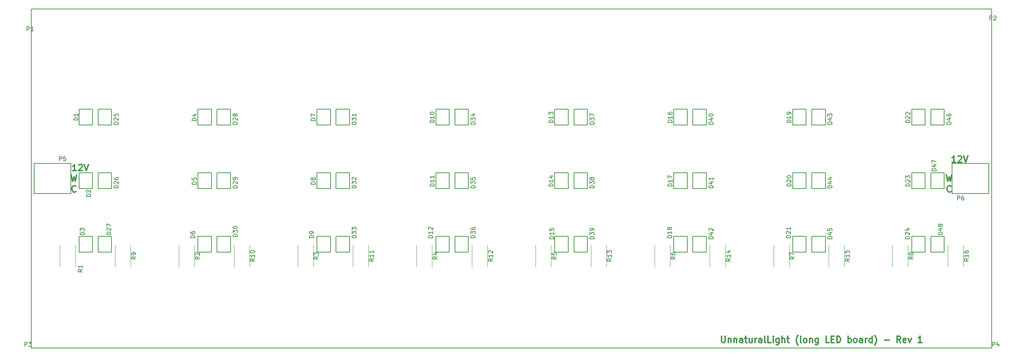
<source format=gto>
G04 #@! TF.FileFunction,Legend,Top*
%FSLAX46Y46*%
G04 Gerber Fmt 4.6, Leading zero omitted, Abs format (unit mm)*
G04 Created by KiCad (PCBNEW 4.0.6+dfsg1-1) date Wed Nov  8 01:43:36 2017*
%MOMM*%
%LPD*%
G01*
G04 APERTURE LIST*
%ADD10C,0.100000*%
%ADD11C,0.150000*%
%ADD12C,0.300000*%
%ADD13C,0.120000*%
G04 APERTURE END LIST*
D10*
D11*
X88000000Y-147000000D02*
X88000000Y-67000000D01*
X314000000Y-67000000D02*
X314000000Y-147000000D01*
X314000000Y-147000000D02*
X88000000Y-147000000D01*
X88000000Y-67000000D02*
X314000000Y-67000000D01*
D12*
X250464286Y-144178571D02*
X250464286Y-145392857D01*
X250535714Y-145535714D01*
X250607143Y-145607143D01*
X250750000Y-145678571D01*
X251035714Y-145678571D01*
X251178572Y-145607143D01*
X251250000Y-145535714D01*
X251321429Y-145392857D01*
X251321429Y-144178571D01*
X252035715Y-144678571D02*
X252035715Y-145678571D01*
X252035715Y-144821429D02*
X252107143Y-144750000D01*
X252250001Y-144678571D01*
X252464286Y-144678571D01*
X252607143Y-144750000D01*
X252678572Y-144892857D01*
X252678572Y-145678571D01*
X253392858Y-144678571D02*
X253392858Y-145678571D01*
X253392858Y-144821429D02*
X253464286Y-144750000D01*
X253607144Y-144678571D01*
X253821429Y-144678571D01*
X253964286Y-144750000D01*
X254035715Y-144892857D01*
X254035715Y-145678571D01*
X255392858Y-145678571D02*
X255392858Y-144892857D01*
X255321429Y-144750000D01*
X255178572Y-144678571D01*
X254892858Y-144678571D01*
X254750001Y-144750000D01*
X255392858Y-145607143D02*
X255250001Y-145678571D01*
X254892858Y-145678571D01*
X254750001Y-145607143D01*
X254678572Y-145464286D01*
X254678572Y-145321429D01*
X254750001Y-145178571D01*
X254892858Y-145107143D01*
X255250001Y-145107143D01*
X255392858Y-145035714D01*
X255892858Y-144678571D02*
X256464287Y-144678571D01*
X256107144Y-144178571D02*
X256107144Y-145464286D01*
X256178572Y-145607143D01*
X256321430Y-145678571D01*
X256464287Y-145678571D01*
X257607144Y-144678571D02*
X257607144Y-145678571D01*
X256964287Y-144678571D02*
X256964287Y-145464286D01*
X257035715Y-145607143D01*
X257178573Y-145678571D01*
X257392858Y-145678571D01*
X257535715Y-145607143D01*
X257607144Y-145535714D01*
X258321430Y-145678571D02*
X258321430Y-144678571D01*
X258321430Y-144964286D02*
X258392858Y-144821429D01*
X258464287Y-144750000D01*
X258607144Y-144678571D01*
X258750001Y-144678571D01*
X259892858Y-145678571D02*
X259892858Y-144892857D01*
X259821429Y-144750000D01*
X259678572Y-144678571D01*
X259392858Y-144678571D01*
X259250001Y-144750000D01*
X259892858Y-145607143D02*
X259750001Y-145678571D01*
X259392858Y-145678571D01*
X259250001Y-145607143D01*
X259178572Y-145464286D01*
X259178572Y-145321429D01*
X259250001Y-145178571D01*
X259392858Y-145107143D01*
X259750001Y-145107143D01*
X259892858Y-145035714D01*
X260821430Y-145678571D02*
X260678572Y-145607143D01*
X260607144Y-145464286D01*
X260607144Y-144178571D01*
X262107144Y-145678571D02*
X261392858Y-145678571D01*
X261392858Y-144178571D01*
X262607144Y-145678571D02*
X262607144Y-144678571D01*
X262607144Y-144178571D02*
X262535715Y-144250000D01*
X262607144Y-144321429D01*
X262678572Y-144250000D01*
X262607144Y-144178571D01*
X262607144Y-144321429D01*
X263964287Y-144678571D02*
X263964287Y-145892857D01*
X263892858Y-146035714D01*
X263821430Y-146107143D01*
X263678573Y-146178571D01*
X263464287Y-146178571D01*
X263321430Y-146107143D01*
X263964287Y-145607143D02*
X263821430Y-145678571D01*
X263535716Y-145678571D01*
X263392858Y-145607143D01*
X263321430Y-145535714D01*
X263250001Y-145392857D01*
X263250001Y-144964286D01*
X263321430Y-144821429D01*
X263392858Y-144750000D01*
X263535716Y-144678571D01*
X263821430Y-144678571D01*
X263964287Y-144750000D01*
X264678573Y-145678571D02*
X264678573Y-144178571D01*
X265321430Y-145678571D02*
X265321430Y-144892857D01*
X265250001Y-144750000D01*
X265107144Y-144678571D01*
X264892859Y-144678571D01*
X264750001Y-144750000D01*
X264678573Y-144821429D01*
X265821430Y-144678571D02*
X266392859Y-144678571D01*
X266035716Y-144178571D02*
X266035716Y-145464286D01*
X266107144Y-145607143D01*
X266250002Y-145678571D01*
X266392859Y-145678571D01*
X268464287Y-146250000D02*
X268392859Y-146178571D01*
X268250002Y-145964286D01*
X268178573Y-145821429D01*
X268107144Y-145607143D01*
X268035716Y-145250000D01*
X268035716Y-144964286D01*
X268107144Y-144607143D01*
X268178573Y-144392857D01*
X268250002Y-144250000D01*
X268392859Y-144035714D01*
X268464287Y-143964286D01*
X269250002Y-145678571D02*
X269107144Y-145607143D01*
X269035716Y-145464286D01*
X269035716Y-144178571D01*
X270035716Y-145678571D02*
X269892858Y-145607143D01*
X269821430Y-145535714D01*
X269750001Y-145392857D01*
X269750001Y-144964286D01*
X269821430Y-144821429D01*
X269892858Y-144750000D01*
X270035716Y-144678571D01*
X270250001Y-144678571D01*
X270392858Y-144750000D01*
X270464287Y-144821429D01*
X270535716Y-144964286D01*
X270535716Y-145392857D01*
X270464287Y-145535714D01*
X270392858Y-145607143D01*
X270250001Y-145678571D01*
X270035716Y-145678571D01*
X271178573Y-144678571D02*
X271178573Y-145678571D01*
X271178573Y-144821429D02*
X271250001Y-144750000D01*
X271392859Y-144678571D01*
X271607144Y-144678571D01*
X271750001Y-144750000D01*
X271821430Y-144892857D01*
X271821430Y-145678571D01*
X273178573Y-144678571D02*
X273178573Y-145892857D01*
X273107144Y-146035714D01*
X273035716Y-146107143D01*
X272892859Y-146178571D01*
X272678573Y-146178571D01*
X272535716Y-146107143D01*
X273178573Y-145607143D02*
X273035716Y-145678571D01*
X272750002Y-145678571D01*
X272607144Y-145607143D01*
X272535716Y-145535714D01*
X272464287Y-145392857D01*
X272464287Y-144964286D01*
X272535716Y-144821429D01*
X272607144Y-144750000D01*
X272750002Y-144678571D01*
X273035716Y-144678571D01*
X273178573Y-144750000D01*
X275750002Y-145678571D02*
X275035716Y-145678571D01*
X275035716Y-144178571D01*
X276250002Y-144892857D02*
X276750002Y-144892857D01*
X276964288Y-145678571D02*
X276250002Y-145678571D01*
X276250002Y-144178571D01*
X276964288Y-144178571D01*
X277607145Y-145678571D02*
X277607145Y-144178571D01*
X277964288Y-144178571D01*
X278178573Y-144250000D01*
X278321431Y-144392857D01*
X278392859Y-144535714D01*
X278464288Y-144821429D01*
X278464288Y-145035714D01*
X278392859Y-145321429D01*
X278321431Y-145464286D01*
X278178573Y-145607143D01*
X277964288Y-145678571D01*
X277607145Y-145678571D01*
X280250002Y-145678571D02*
X280250002Y-144178571D01*
X280250002Y-144750000D02*
X280392859Y-144678571D01*
X280678573Y-144678571D01*
X280821430Y-144750000D01*
X280892859Y-144821429D01*
X280964288Y-144964286D01*
X280964288Y-145392857D01*
X280892859Y-145535714D01*
X280821430Y-145607143D01*
X280678573Y-145678571D01*
X280392859Y-145678571D01*
X280250002Y-145607143D01*
X281821431Y-145678571D02*
X281678573Y-145607143D01*
X281607145Y-145535714D01*
X281535716Y-145392857D01*
X281535716Y-144964286D01*
X281607145Y-144821429D01*
X281678573Y-144750000D01*
X281821431Y-144678571D01*
X282035716Y-144678571D01*
X282178573Y-144750000D01*
X282250002Y-144821429D01*
X282321431Y-144964286D01*
X282321431Y-145392857D01*
X282250002Y-145535714D01*
X282178573Y-145607143D01*
X282035716Y-145678571D01*
X281821431Y-145678571D01*
X283607145Y-145678571D02*
X283607145Y-144892857D01*
X283535716Y-144750000D01*
X283392859Y-144678571D01*
X283107145Y-144678571D01*
X282964288Y-144750000D01*
X283607145Y-145607143D02*
X283464288Y-145678571D01*
X283107145Y-145678571D01*
X282964288Y-145607143D01*
X282892859Y-145464286D01*
X282892859Y-145321429D01*
X282964288Y-145178571D01*
X283107145Y-145107143D01*
X283464288Y-145107143D01*
X283607145Y-145035714D01*
X284321431Y-145678571D02*
X284321431Y-144678571D01*
X284321431Y-144964286D02*
X284392859Y-144821429D01*
X284464288Y-144750000D01*
X284607145Y-144678571D01*
X284750002Y-144678571D01*
X285892859Y-145678571D02*
X285892859Y-144178571D01*
X285892859Y-145607143D02*
X285750002Y-145678571D01*
X285464288Y-145678571D01*
X285321430Y-145607143D01*
X285250002Y-145535714D01*
X285178573Y-145392857D01*
X285178573Y-144964286D01*
X285250002Y-144821429D01*
X285321430Y-144750000D01*
X285464288Y-144678571D01*
X285750002Y-144678571D01*
X285892859Y-144750000D01*
X286464288Y-146250000D02*
X286535716Y-146178571D01*
X286678573Y-145964286D01*
X286750002Y-145821429D01*
X286821431Y-145607143D01*
X286892859Y-145250000D01*
X286892859Y-144964286D01*
X286821431Y-144607143D01*
X286750002Y-144392857D01*
X286678573Y-144250000D01*
X286535716Y-144035714D01*
X286464288Y-143964286D01*
X288750002Y-145107143D02*
X289892859Y-145107143D01*
X292607145Y-145678571D02*
X292107145Y-144964286D01*
X291750002Y-145678571D02*
X291750002Y-144178571D01*
X292321430Y-144178571D01*
X292464288Y-144250000D01*
X292535716Y-144321429D01*
X292607145Y-144464286D01*
X292607145Y-144678571D01*
X292535716Y-144821429D01*
X292464288Y-144892857D01*
X292321430Y-144964286D01*
X291750002Y-144964286D01*
X293821430Y-145607143D02*
X293678573Y-145678571D01*
X293392859Y-145678571D01*
X293250002Y-145607143D01*
X293178573Y-145464286D01*
X293178573Y-144892857D01*
X293250002Y-144750000D01*
X293392859Y-144678571D01*
X293678573Y-144678571D01*
X293821430Y-144750000D01*
X293892859Y-144892857D01*
X293892859Y-145035714D01*
X293178573Y-145178571D01*
X294392859Y-144678571D02*
X294750002Y-145678571D01*
X295107144Y-144678571D01*
X297607144Y-145678571D02*
X296750001Y-145678571D01*
X297178573Y-145678571D02*
X297178573Y-144178571D01*
X297035716Y-144392857D01*
X296892858Y-144535714D01*
X296750001Y-144607143D01*
X304464286Y-110035714D02*
X304392857Y-110107143D01*
X304178571Y-110178571D01*
X304035714Y-110178571D01*
X303821429Y-110107143D01*
X303678571Y-109964286D01*
X303607143Y-109821429D01*
X303535714Y-109535714D01*
X303535714Y-109321429D01*
X303607143Y-109035714D01*
X303678571Y-108892857D01*
X303821429Y-108750000D01*
X304035714Y-108678571D01*
X304178571Y-108678571D01*
X304392857Y-108750000D01*
X304464286Y-108821429D01*
X303357143Y-106178571D02*
X303714286Y-107678571D01*
X304000000Y-106607143D01*
X304285714Y-107678571D01*
X304642857Y-106178571D01*
X98571429Y-105178571D02*
X97714286Y-105178571D01*
X98142858Y-105178571D02*
X98142858Y-103678571D01*
X98000001Y-103892857D01*
X97857143Y-104035714D01*
X97714286Y-104107143D01*
X99142857Y-103821429D02*
X99214286Y-103750000D01*
X99357143Y-103678571D01*
X99714286Y-103678571D01*
X99857143Y-103750000D01*
X99928572Y-103821429D01*
X100000000Y-103964286D01*
X100000000Y-104107143D01*
X99928572Y-104321429D01*
X99071429Y-105178571D01*
X100000000Y-105178571D01*
X100428571Y-103678571D02*
X100928571Y-105178571D01*
X101428571Y-103678571D01*
X98464286Y-110035714D02*
X98392857Y-110107143D01*
X98178571Y-110178571D01*
X98035714Y-110178571D01*
X97821429Y-110107143D01*
X97678571Y-109964286D01*
X97607143Y-109821429D01*
X97535714Y-109535714D01*
X97535714Y-109321429D01*
X97607143Y-109035714D01*
X97678571Y-108892857D01*
X97821429Y-108750000D01*
X98035714Y-108678571D01*
X98178571Y-108678571D01*
X98392857Y-108750000D01*
X98464286Y-108821429D01*
X97357143Y-106178571D02*
X97714286Y-107678571D01*
X98000000Y-106607143D01*
X98285714Y-107678571D01*
X98642857Y-106178571D01*
X305571429Y-103178571D02*
X304714286Y-103178571D01*
X305142858Y-103178571D02*
X305142858Y-101678571D01*
X305000001Y-101892857D01*
X304857143Y-102035714D01*
X304714286Y-102107143D01*
X306142857Y-101821429D02*
X306214286Y-101750000D01*
X306357143Y-101678571D01*
X306714286Y-101678571D01*
X306857143Y-101750000D01*
X306928572Y-101821429D01*
X307000000Y-101964286D01*
X307000000Y-102107143D01*
X306928572Y-102321429D01*
X306071429Y-103178571D01*
X307000000Y-103178571D01*
X307428571Y-101678571D02*
X307928571Y-103178571D01*
X308428571Y-101678571D01*
D13*
X150680000Y-127850000D02*
X150680000Y-122650000D01*
X154320000Y-122650000D02*
X154320000Y-127850000D01*
D11*
X99190500Y-94309500D02*
X99190500Y-90690000D01*
X99190500Y-90690000D02*
X99190500Y-90626500D01*
X99190500Y-90626500D02*
X102365500Y-90626500D01*
X102365500Y-90626500D02*
X102365500Y-94373000D01*
X102365500Y-94373000D02*
X99190500Y-94373000D01*
X99190500Y-109309500D02*
X99190500Y-105690000D01*
X99190500Y-105690000D02*
X99190500Y-105626500D01*
X99190500Y-105626500D02*
X102365500Y-105626500D01*
X102365500Y-105626500D02*
X102365500Y-109373000D01*
X102365500Y-109373000D02*
X99190500Y-109373000D01*
X99190500Y-124309500D02*
X99190500Y-120690000D01*
X99190500Y-120690000D02*
X99190500Y-120626500D01*
X99190500Y-120626500D02*
X102365500Y-120626500D01*
X102365500Y-120626500D02*
X102365500Y-124373000D01*
X102365500Y-124373000D02*
X99190500Y-124373000D01*
X127190500Y-94309500D02*
X127190500Y-90690000D01*
X127190500Y-90690000D02*
X127190500Y-90626500D01*
X127190500Y-90626500D02*
X130365500Y-90626500D01*
X130365500Y-90626500D02*
X130365500Y-94373000D01*
X130365500Y-94373000D02*
X127190500Y-94373000D01*
X127190500Y-109309500D02*
X127190500Y-105690000D01*
X127190500Y-105690000D02*
X127190500Y-105626500D01*
X127190500Y-105626500D02*
X130365500Y-105626500D01*
X130365500Y-105626500D02*
X130365500Y-109373000D01*
X130365500Y-109373000D02*
X127190500Y-109373000D01*
X127190500Y-124309500D02*
X127190500Y-120690000D01*
X127190500Y-120690000D02*
X127190500Y-120626500D01*
X127190500Y-120626500D02*
X130365500Y-120626500D01*
X130365500Y-120626500D02*
X130365500Y-124373000D01*
X130365500Y-124373000D02*
X127190500Y-124373000D01*
X155190500Y-94309500D02*
X155190500Y-90690000D01*
X155190500Y-90690000D02*
X155190500Y-90626500D01*
X155190500Y-90626500D02*
X158365500Y-90626500D01*
X158365500Y-90626500D02*
X158365500Y-94373000D01*
X158365500Y-94373000D02*
X155190500Y-94373000D01*
X155190500Y-109309500D02*
X155190500Y-105690000D01*
X155190500Y-105690000D02*
X155190500Y-105626500D01*
X155190500Y-105626500D02*
X158365500Y-105626500D01*
X158365500Y-105626500D02*
X158365500Y-109373000D01*
X158365500Y-109373000D02*
X155190500Y-109373000D01*
X155190500Y-124309500D02*
X155190500Y-120690000D01*
X155190500Y-120690000D02*
X155190500Y-120626500D01*
X155190500Y-120626500D02*
X158365500Y-120626500D01*
X158365500Y-120626500D02*
X158365500Y-124373000D01*
X158365500Y-124373000D02*
X155190500Y-124373000D01*
X183190500Y-94309500D02*
X183190500Y-90690000D01*
X183190500Y-90690000D02*
X183190500Y-90626500D01*
X183190500Y-90626500D02*
X186365500Y-90626500D01*
X186365500Y-90626500D02*
X186365500Y-94373000D01*
X186365500Y-94373000D02*
X183190500Y-94373000D01*
X183190500Y-109309500D02*
X183190500Y-105690000D01*
X183190500Y-105690000D02*
X183190500Y-105626500D01*
X183190500Y-105626500D02*
X186365500Y-105626500D01*
X186365500Y-105626500D02*
X186365500Y-109373000D01*
X186365500Y-109373000D02*
X183190500Y-109373000D01*
X183190500Y-124309500D02*
X183190500Y-120690000D01*
X183190500Y-120690000D02*
X183190500Y-120626500D01*
X183190500Y-120626500D02*
X186365500Y-120626500D01*
X186365500Y-120626500D02*
X186365500Y-124373000D01*
X186365500Y-124373000D02*
X183190500Y-124373000D01*
D13*
X94680000Y-127850000D02*
X94680000Y-122650000D01*
X98320000Y-122650000D02*
X98320000Y-127850000D01*
X122680000Y-127850000D02*
X122680000Y-122650000D01*
X126320000Y-122650000D02*
X126320000Y-127850000D01*
X178680000Y-127850000D02*
X178680000Y-122650000D01*
X182320000Y-122650000D02*
X182320000Y-127850000D01*
D11*
X211190500Y-94309500D02*
X211190500Y-90690000D01*
X211190500Y-90690000D02*
X211190500Y-90626500D01*
X211190500Y-90626500D02*
X214365500Y-90626500D01*
X214365500Y-90626500D02*
X214365500Y-94373000D01*
X214365500Y-94373000D02*
X211190500Y-94373000D01*
X211190500Y-109309500D02*
X211190500Y-105690000D01*
X211190500Y-105690000D02*
X211190500Y-105626500D01*
X211190500Y-105626500D02*
X214365500Y-105626500D01*
X214365500Y-105626500D02*
X214365500Y-109373000D01*
X214365500Y-109373000D02*
X211190500Y-109373000D01*
X211190500Y-124309500D02*
X211190500Y-120690000D01*
X211190500Y-120690000D02*
X211190500Y-120626500D01*
X211190500Y-120626500D02*
X214365500Y-120626500D01*
X214365500Y-120626500D02*
X214365500Y-124373000D01*
X214365500Y-124373000D02*
X211190500Y-124373000D01*
X239190500Y-94309500D02*
X239190500Y-90690000D01*
X239190500Y-90690000D02*
X239190500Y-90626500D01*
X239190500Y-90626500D02*
X242365500Y-90626500D01*
X242365500Y-90626500D02*
X242365500Y-94373000D01*
X242365500Y-94373000D02*
X239190500Y-94373000D01*
X239190500Y-109309500D02*
X239190500Y-105690000D01*
X239190500Y-105690000D02*
X239190500Y-105626500D01*
X239190500Y-105626500D02*
X242365500Y-105626500D01*
X242365500Y-105626500D02*
X242365500Y-109373000D01*
X242365500Y-109373000D02*
X239190500Y-109373000D01*
X239190500Y-124309500D02*
X239190500Y-120690000D01*
X239190500Y-120690000D02*
X239190500Y-120626500D01*
X239190500Y-120626500D02*
X242365500Y-120626500D01*
X242365500Y-120626500D02*
X242365500Y-124373000D01*
X242365500Y-124373000D02*
X239190500Y-124373000D01*
X267190500Y-94309500D02*
X267190500Y-90690000D01*
X267190500Y-90690000D02*
X267190500Y-90626500D01*
X267190500Y-90626500D02*
X270365500Y-90626500D01*
X270365500Y-90626500D02*
X270365500Y-94373000D01*
X270365500Y-94373000D02*
X267190500Y-94373000D01*
X267190500Y-109309500D02*
X267190500Y-105690000D01*
X267190500Y-105690000D02*
X267190500Y-105626500D01*
X267190500Y-105626500D02*
X270365500Y-105626500D01*
X270365500Y-105626500D02*
X270365500Y-109373000D01*
X270365500Y-109373000D02*
X267190500Y-109373000D01*
X267190500Y-124309500D02*
X267190500Y-120690000D01*
X267190500Y-120690000D02*
X267190500Y-120626500D01*
X267190500Y-120626500D02*
X270365500Y-120626500D01*
X270365500Y-120626500D02*
X270365500Y-124373000D01*
X270365500Y-124373000D02*
X267190500Y-124373000D01*
X295190500Y-94309500D02*
X295190500Y-90690000D01*
X295190500Y-90690000D02*
X295190500Y-90626500D01*
X295190500Y-90626500D02*
X298365500Y-90626500D01*
X298365500Y-90626500D02*
X298365500Y-94373000D01*
X298365500Y-94373000D02*
X295190500Y-94373000D01*
X295190500Y-109309500D02*
X295190500Y-105690000D01*
X295190500Y-105690000D02*
X295190500Y-105626500D01*
X295190500Y-105626500D02*
X298365500Y-105626500D01*
X298365500Y-105626500D02*
X298365500Y-109373000D01*
X298365500Y-109373000D02*
X295190500Y-109373000D01*
X295190500Y-124309500D02*
X295190500Y-120690000D01*
X295190500Y-120690000D02*
X295190500Y-120626500D01*
X295190500Y-120626500D02*
X298365500Y-120626500D01*
X298365500Y-120626500D02*
X298365500Y-124373000D01*
X298365500Y-124373000D02*
X295190500Y-124373000D01*
X103690500Y-94309500D02*
X103690500Y-90690000D01*
X103690500Y-90690000D02*
X103690500Y-90626500D01*
X103690500Y-90626500D02*
X106865500Y-90626500D01*
X106865500Y-90626500D02*
X106865500Y-94373000D01*
X106865500Y-94373000D02*
X103690500Y-94373000D01*
X103690500Y-109309500D02*
X103690500Y-105690000D01*
X103690500Y-105690000D02*
X103690500Y-105626500D01*
X103690500Y-105626500D02*
X106865500Y-105626500D01*
X106865500Y-105626500D02*
X106865500Y-109373000D01*
X106865500Y-109373000D02*
X103690500Y-109373000D01*
X103690500Y-124309500D02*
X103690500Y-120690000D01*
X103690500Y-120690000D02*
X103690500Y-120626500D01*
X103690500Y-120626500D02*
X106865500Y-120626500D01*
X106865500Y-120626500D02*
X106865500Y-124373000D01*
X106865500Y-124373000D02*
X103690500Y-124373000D01*
X131690500Y-94309500D02*
X131690500Y-90690000D01*
X131690500Y-90690000D02*
X131690500Y-90626500D01*
X131690500Y-90626500D02*
X134865500Y-90626500D01*
X134865500Y-90626500D02*
X134865500Y-94373000D01*
X134865500Y-94373000D02*
X131690500Y-94373000D01*
X131690500Y-109309500D02*
X131690500Y-105690000D01*
X131690500Y-105690000D02*
X131690500Y-105626500D01*
X131690500Y-105626500D02*
X134865500Y-105626500D01*
X134865500Y-105626500D02*
X134865500Y-109373000D01*
X134865500Y-109373000D02*
X131690500Y-109373000D01*
X131690500Y-124309500D02*
X131690500Y-120690000D01*
X131690500Y-120690000D02*
X131690500Y-120626500D01*
X131690500Y-120626500D02*
X134865500Y-120626500D01*
X134865500Y-120626500D02*
X134865500Y-124373000D01*
X134865500Y-124373000D02*
X131690500Y-124373000D01*
X159690500Y-94309500D02*
X159690500Y-90690000D01*
X159690500Y-90690000D02*
X159690500Y-90626500D01*
X159690500Y-90626500D02*
X162865500Y-90626500D01*
X162865500Y-90626500D02*
X162865500Y-94373000D01*
X162865500Y-94373000D02*
X159690500Y-94373000D01*
X159690500Y-109309500D02*
X159690500Y-105690000D01*
X159690500Y-105690000D02*
X159690500Y-105626500D01*
X159690500Y-105626500D02*
X162865500Y-105626500D01*
X162865500Y-105626500D02*
X162865500Y-109373000D01*
X162865500Y-109373000D02*
X159690500Y-109373000D01*
X159690500Y-124309500D02*
X159690500Y-120690000D01*
X159690500Y-120690000D02*
X159690500Y-120626500D01*
X159690500Y-120626500D02*
X162865500Y-120626500D01*
X162865500Y-120626500D02*
X162865500Y-124373000D01*
X162865500Y-124373000D02*
X159690500Y-124373000D01*
X187690500Y-94309500D02*
X187690500Y-90690000D01*
X187690500Y-90690000D02*
X187690500Y-90626500D01*
X187690500Y-90626500D02*
X190865500Y-90626500D01*
X190865500Y-90626500D02*
X190865500Y-94373000D01*
X190865500Y-94373000D02*
X187690500Y-94373000D01*
X187690500Y-109309500D02*
X187690500Y-105690000D01*
X187690500Y-105690000D02*
X187690500Y-105626500D01*
X187690500Y-105626500D02*
X190865500Y-105626500D01*
X190865500Y-105626500D02*
X190865500Y-109373000D01*
X190865500Y-109373000D02*
X187690500Y-109373000D01*
X187690500Y-124309500D02*
X187690500Y-120690000D01*
X187690500Y-120690000D02*
X187690500Y-120626500D01*
X187690500Y-120626500D02*
X190865500Y-120626500D01*
X190865500Y-120626500D02*
X190865500Y-124373000D01*
X190865500Y-124373000D02*
X187690500Y-124373000D01*
X215690500Y-94309500D02*
X215690500Y-90690000D01*
X215690500Y-90690000D02*
X215690500Y-90626500D01*
X215690500Y-90626500D02*
X218865500Y-90626500D01*
X218865500Y-90626500D02*
X218865500Y-94373000D01*
X218865500Y-94373000D02*
X215690500Y-94373000D01*
X215690500Y-109309500D02*
X215690500Y-105690000D01*
X215690500Y-105690000D02*
X215690500Y-105626500D01*
X215690500Y-105626500D02*
X218865500Y-105626500D01*
X218865500Y-105626500D02*
X218865500Y-109373000D01*
X218865500Y-109373000D02*
X215690500Y-109373000D01*
X215690500Y-124309500D02*
X215690500Y-120690000D01*
X215690500Y-120690000D02*
X215690500Y-120626500D01*
X215690500Y-120626500D02*
X218865500Y-120626500D01*
X218865500Y-120626500D02*
X218865500Y-124373000D01*
X218865500Y-124373000D02*
X215690500Y-124373000D01*
X243690500Y-94309500D02*
X243690500Y-90690000D01*
X243690500Y-90690000D02*
X243690500Y-90626500D01*
X243690500Y-90626500D02*
X246865500Y-90626500D01*
X246865500Y-90626500D02*
X246865500Y-94373000D01*
X246865500Y-94373000D02*
X243690500Y-94373000D01*
X243690500Y-109309500D02*
X243690500Y-105690000D01*
X243690500Y-105690000D02*
X243690500Y-105626500D01*
X243690500Y-105626500D02*
X246865500Y-105626500D01*
X246865500Y-105626500D02*
X246865500Y-109373000D01*
X246865500Y-109373000D02*
X243690500Y-109373000D01*
X243690500Y-124309500D02*
X243690500Y-120690000D01*
X243690500Y-120690000D02*
X243690500Y-120626500D01*
X243690500Y-120626500D02*
X246865500Y-120626500D01*
X246865500Y-120626500D02*
X246865500Y-124373000D01*
X246865500Y-124373000D02*
X243690500Y-124373000D01*
X271690500Y-94309500D02*
X271690500Y-90690000D01*
X271690500Y-90690000D02*
X271690500Y-90626500D01*
X271690500Y-90626500D02*
X274865500Y-90626500D01*
X274865500Y-90626500D02*
X274865500Y-94373000D01*
X274865500Y-94373000D02*
X271690500Y-94373000D01*
X271690500Y-109309500D02*
X271690500Y-105690000D01*
X271690500Y-105690000D02*
X271690500Y-105626500D01*
X271690500Y-105626500D02*
X274865500Y-105626500D01*
X274865500Y-105626500D02*
X274865500Y-109373000D01*
X274865500Y-109373000D02*
X271690500Y-109373000D01*
X271690500Y-124309500D02*
X271690500Y-120690000D01*
X271690500Y-120690000D02*
X271690500Y-120626500D01*
X271690500Y-120626500D02*
X274865500Y-120626500D01*
X274865500Y-120626500D02*
X274865500Y-124373000D01*
X274865500Y-124373000D02*
X271690500Y-124373000D01*
X299690500Y-94309500D02*
X299690500Y-90690000D01*
X299690500Y-90690000D02*
X299690500Y-90626500D01*
X299690500Y-90626500D02*
X302865500Y-90626500D01*
X302865500Y-90626500D02*
X302865500Y-94373000D01*
X302865500Y-94373000D02*
X299690500Y-94373000D01*
X299690500Y-109309500D02*
X299690500Y-105690000D01*
X299690500Y-105690000D02*
X299690500Y-105626500D01*
X299690500Y-105626500D02*
X302865500Y-105626500D01*
X302865500Y-105626500D02*
X302865500Y-109373000D01*
X302865500Y-109373000D02*
X299690500Y-109373000D01*
X299690500Y-124309500D02*
X299690500Y-120690000D01*
X299690500Y-120690000D02*
X299690500Y-120626500D01*
X299690500Y-120626500D02*
X302865500Y-120626500D01*
X302865500Y-120626500D02*
X302865500Y-124373000D01*
X302865500Y-124373000D02*
X299690500Y-124373000D01*
D13*
X206680000Y-127850000D02*
X206680000Y-122650000D01*
X210320000Y-122650000D02*
X210320000Y-127850000D01*
X234680000Y-127850000D02*
X234680000Y-122650000D01*
X238320000Y-122650000D02*
X238320000Y-127850000D01*
X262680000Y-127850000D02*
X262680000Y-122650000D01*
X266320000Y-122650000D02*
X266320000Y-127850000D01*
X290680000Y-127850000D02*
X290680000Y-122650000D01*
X294320000Y-122650000D02*
X294320000Y-127850000D01*
X107680000Y-127850000D02*
X107680000Y-122650000D01*
X111320000Y-122650000D02*
X111320000Y-127850000D01*
X135680000Y-127850000D02*
X135680000Y-122650000D01*
X139320000Y-122650000D02*
X139320000Y-127850000D01*
X163680000Y-127850000D02*
X163680000Y-122650000D01*
X167320000Y-122650000D02*
X167320000Y-127850000D01*
X191680000Y-127850000D02*
X191680000Y-122650000D01*
X195320000Y-122650000D02*
X195320000Y-127850000D01*
X219680000Y-127850000D02*
X219680000Y-122650000D01*
X223320000Y-122650000D02*
X223320000Y-127850000D01*
X247680000Y-127850000D02*
X247680000Y-122650000D01*
X251320000Y-122650000D02*
X251320000Y-127850000D01*
X275680000Y-127850000D02*
X275680000Y-122650000D01*
X279320000Y-122650000D02*
X279320000Y-127850000D01*
X303680000Y-127850000D02*
X303680000Y-122650000D01*
X307320000Y-122650000D02*
X307320000Y-127850000D01*
D11*
X88682000Y-110516000D02*
X88682000Y-103404000D01*
X88682000Y-103404000D02*
X97318000Y-103404000D01*
X97318000Y-103404000D02*
X97318000Y-110516000D01*
X97318000Y-110516000D02*
X88682000Y-110516000D01*
X313318000Y-103484000D02*
X313318000Y-110596000D01*
X313318000Y-110596000D02*
X304682000Y-110596000D01*
X304682000Y-110596000D02*
X304682000Y-103484000D01*
X304682000Y-103484000D02*
X313318000Y-103484000D01*
X155552381Y-125416666D02*
X155076190Y-125750000D01*
X155552381Y-125988095D02*
X154552381Y-125988095D01*
X154552381Y-125607142D01*
X154600000Y-125511904D01*
X154647619Y-125464285D01*
X154742857Y-125416666D01*
X154885714Y-125416666D01*
X154980952Y-125464285D01*
X155028571Y-125511904D01*
X155076190Y-125607142D01*
X155076190Y-125988095D01*
X154552381Y-125083333D02*
X154552381Y-124464285D01*
X154933333Y-124797619D01*
X154933333Y-124654761D01*
X154980952Y-124559523D01*
X155028571Y-124511904D01*
X155123810Y-124464285D01*
X155361905Y-124464285D01*
X155457143Y-124511904D01*
X155504762Y-124559523D01*
X155552381Y-124654761D01*
X155552381Y-124940476D01*
X155504762Y-125035714D01*
X155457143Y-125083333D01*
X86411905Y-146572381D02*
X86411905Y-145572381D01*
X86792858Y-145572381D01*
X86888096Y-145620000D01*
X86935715Y-145667619D01*
X86983334Y-145762857D01*
X86983334Y-145905714D01*
X86935715Y-146000952D01*
X86888096Y-146048571D01*
X86792858Y-146096190D01*
X86411905Y-146096190D01*
X87316667Y-145572381D02*
X87935715Y-145572381D01*
X87602381Y-145953333D01*
X87745239Y-145953333D01*
X87840477Y-146000952D01*
X87888096Y-146048571D01*
X87935715Y-146143810D01*
X87935715Y-146381905D01*
X87888096Y-146477143D01*
X87840477Y-146524762D01*
X87745239Y-146572381D01*
X87459524Y-146572381D01*
X87364286Y-146524762D01*
X87316667Y-146477143D01*
X314261905Y-146572381D02*
X314261905Y-145572381D01*
X314642858Y-145572381D01*
X314738096Y-145620000D01*
X314785715Y-145667619D01*
X314833334Y-145762857D01*
X314833334Y-145905714D01*
X314785715Y-146000952D01*
X314738096Y-146048571D01*
X314642858Y-146096190D01*
X314261905Y-146096190D01*
X315690477Y-145905714D02*
X315690477Y-146572381D01*
X315452381Y-145524762D02*
X315214286Y-146239048D01*
X315833334Y-146239048D01*
X98952381Y-93238095D02*
X97952381Y-93238095D01*
X97952381Y-93000000D01*
X98000000Y-92857142D01*
X98095238Y-92761904D01*
X98190476Y-92714285D01*
X98380952Y-92666666D01*
X98523810Y-92666666D01*
X98714286Y-92714285D01*
X98809524Y-92761904D01*
X98904762Y-92857142D01*
X98952381Y-93000000D01*
X98952381Y-93238095D01*
X98952381Y-91714285D02*
X98952381Y-92285714D01*
X98952381Y-92000000D02*
X97952381Y-92000000D01*
X98095238Y-92095238D01*
X98190476Y-92190476D01*
X98238095Y-92285714D01*
X101952381Y-111238095D02*
X100952381Y-111238095D01*
X100952381Y-111000000D01*
X101000000Y-110857142D01*
X101095238Y-110761904D01*
X101190476Y-110714285D01*
X101380952Y-110666666D01*
X101523810Y-110666666D01*
X101714286Y-110714285D01*
X101809524Y-110761904D01*
X101904762Y-110857142D01*
X101952381Y-111000000D01*
X101952381Y-111238095D01*
X101047619Y-110285714D02*
X101000000Y-110238095D01*
X100952381Y-110142857D01*
X100952381Y-109904761D01*
X101000000Y-109809523D01*
X101047619Y-109761904D01*
X101142857Y-109714285D01*
X101238095Y-109714285D01*
X101380952Y-109761904D01*
X101952381Y-110333333D01*
X101952381Y-109714285D01*
X100452381Y-120238095D02*
X99452381Y-120238095D01*
X99452381Y-120000000D01*
X99500000Y-119857142D01*
X99595238Y-119761904D01*
X99690476Y-119714285D01*
X99880952Y-119666666D01*
X100023810Y-119666666D01*
X100214286Y-119714285D01*
X100309524Y-119761904D01*
X100404762Y-119857142D01*
X100452381Y-120000000D01*
X100452381Y-120238095D01*
X99452381Y-119333333D02*
X99452381Y-118714285D01*
X99833333Y-119047619D01*
X99833333Y-118904761D01*
X99880952Y-118809523D01*
X99928571Y-118761904D01*
X100023810Y-118714285D01*
X100261905Y-118714285D01*
X100357143Y-118761904D01*
X100404762Y-118809523D01*
X100452381Y-118904761D01*
X100452381Y-119190476D01*
X100404762Y-119285714D01*
X100357143Y-119333333D01*
X126817381Y-93333095D02*
X125817381Y-93333095D01*
X125817381Y-93095000D01*
X125865000Y-92952142D01*
X125960238Y-92856904D01*
X126055476Y-92809285D01*
X126245952Y-92761666D01*
X126388810Y-92761666D01*
X126579286Y-92809285D01*
X126674524Y-92856904D01*
X126769762Y-92952142D01*
X126817381Y-93095000D01*
X126817381Y-93333095D01*
X126150714Y-91904523D02*
X126817381Y-91904523D01*
X125769762Y-92142619D02*
X126484048Y-92380714D01*
X126484048Y-91761666D01*
X126817381Y-108333095D02*
X125817381Y-108333095D01*
X125817381Y-108095000D01*
X125865000Y-107952142D01*
X125960238Y-107856904D01*
X126055476Y-107809285D01*
X126245952Y-107761666D01*
X126388810Y-107761666D01*
X126579286Y-107809285D01*
X126674524Y-107856904D01*
X126769762Y-107952142D01*
X126817381Y-108095000D01*
X126817381Y-108333095D01*
X125817381Y-106856904D02*
X125817381Y-107333095D01*
X126293571Y-107380714D01*
X126245952Y-107333095D01*
X126198333Y-107237857D01*
X126198333Y-106999761D01*
X126245952Y-106904523D01*
X126293571Y-106856904D01*
X126388810Y-106809285D01*
X126626905Y-106809285D01*
X126722143Y-106856904D01*
X126769762Y-106904523D01*
X126817381Y-106999761D01*
X126817381Y-107237857D01*
X126769762Y-107333095D01*
X126722143Y-107380714D01*
X126452381Y-120988095D02*
X125452381Y-120988095D01*
X125452381Y-120750000D01*
X125500000Y-120607142D01*
X125595238Y-120511904D01*
X125690476Y-120464285D01*
X125880952Y-120416666D01*
X126023810Y-120416666D01*
X126214286Y-120464285D01*
X126309524Y-120511904D01*
X126404762Y-120607142D01*
X126452381Y-120750000D01*
X126452381Y-120988095D01*
X125452381Y-119559523D02*
X125452381Y-119750000D01*
X125500000Y-119845238D01*
X125547619Y-119892857D01*
X125690476Y-119988095D01*
X125880952Y-120035714D01*
X126261905Y-120035714D01*
X126357143Y-119988095D01*
X126404762Y-119940476D01*
X126452381Y-119845238D01*
X126452381Y-119654761D01*
X126404762Y-119559523D01*
X126357143Y-119511904D01*
X126261905Y-119464285D01*
X126023810Y-119464285D01*
X125928571Y-119511904D01*
X125880952Y-119559523D01*
X125833333Y-119654761D01*
X125833333Y-119845238D01*
X125880952Y-119940476D01*
X125928571Y-119988095D01*
X126023810Y-120035714D01*
X154817381Y-93333095D02*
X153817381Y-93333095D01*
X153817381Y-93095000D01*
X153865000Y-92952142D01*
X153960238Y-92856904D01*
X154055476Y-92809285D01*
X154245952Y-92761666D01*
X154388810Y-92761666D01*
X154579286Y-92809285D01*
X154674524Y-92856904D01*
X154769762Y-92952142D01*
X154817381Y-93095000D01*
X154817381Y-93333095D01*
X153817381Y-92428333D02*
X153817381Y-91761666D01*
X154817381Y-92190238D01*
X154817381Y-108333095D02*
X153817381Y-108333095D01*
X153817381Y-108095000D01*
X153865000Y-107952142D01*
X153960238Y-107856904D01*
X154055476Y-107809285D01*
X154245952Y-107761666D01*
X154388810Y-107761666D01*
X154579286Y-107809285D01*
X154674524Y-107856904D01*
X154769762Y-107952142D01*
X154817381Y-108095000D01*
X154817381Y-108333095D01*
X154245952Y-107190238D02*
X154198333Y-107285476D01*
X154150714Y-107333095D01*
X154055476Y-107380714D01*
X154007857Y-107380714D01*
X153912619Y-107333095D01*
X153865000Y-107285476D01*
X153817381Y-107190238D01*
X153817381Y-106999761D01*
X153865000Y-106904523D01*
X153912619Y-106856904D01*
X154007857Y-106809285D01*
X154055476Y-106809285D01*
X154150714Y-106856904D01*
X154198333Y-106904523D01*
X154245952Y-106999761D01*
X154245952Y-107190238D01*
X154293571Y-107285476D01*
X154341190Y-107333095D01*
X154436429Y-107380714D01*
X154626905Y-107380714D01*
X154722143Y-107333095D01*
X154769762Y-107285476D01*
X154817381Y-107190238D01*
X154817381Y-106999761D01*
X154769762Y-106904523D01*
X154722143Y-106856904D01*
X154626905Y-106809285D01*
X154436429Y-106809285D01*
X154341190Y-106856904D01*
X154293571Y-106904523D01*
X154245952Y-106999761D01*
X154452381Y-120988095D02*
X153452381Y-120988095D01*
X153452381Y-120750000D01*
X153500000Y-120607142D01*
X153595238Y-120511904D01*
X153690476Y-120464285D01*
X153880952Y-120416666D01*
X154023810Y-120416666D01*
X154214286Y-120464285D01*
X154309524Y-120511904D01*
X154404762Y-120607142D01*
X154452381Y-120750000D01*
X154452381Y-120988095D01*
X154452381Y-119940476D02*
X154452381Y-119750000D01*
X154404762Y-119654761D01*
X154357143Y-119607142D01*
X154214286Y-119511904D01*
X154023810Y-119464285D01*
X153642857Y-119464285D01*
X153547619Y-119511904D01*
X153500000Y-119559523D01*
X153452381Y-119654761D01*
X153452381Y-119845238D01*
X153500000Y-119940476D01*
X153547619Y-119988095D01*
X153642857Y-120035714D01*
X153880952Y-120035714D01*
X153976190Y-119988095D01*
X154023810Y-119940476D01*
X154071429Y-119845238D01*
X154071429Y-119654761D01*
X154023810Y-119559523D01*
X153976190Y-119511904D01*
X153880952Y-119464285D01*
X182817381Y-93809286D02*
X181817381Y-93809286D01*
X181817381Y-93571191D01*
X181865000Y-93428333D01*
X181960238Y-93333095D01*
X182055476Y-93285476D01*
X182245952Y-93237857D01*
X182388810Y-93237857D01*
X182579286Y-93285476D01*
X182674524Y-93333095D01*
X182769762Y-93428333D01*
X182817381Y-93571191D01*
X182817381Y-93809286D01*
X182817381Y-92285476D02*
X182817381Y-92856905D01*
X182817381Y-92571191D02*
X181817381Y-92571191D01*
X181960238Y-92666429D01*
X182055476Y-92761667D01*
X182103095Y-92856905D01*
X181817381Y-91666429D02*
X181817381Y-91571190D01*
X181865000Y-91475952D01*
X181912619Y-91428333D01*
X182007857Y-91380714D01*
X182198333Y-91333095D01*
X182436429Y-91333095D01*
X182626905Y-91380714D01*
X182722143Y-91428333D01*
X182769762Y-91475952D01*
X182817381Y-91571190D01*
X182817381Y-91666429D01*
X182769762Y-91761667D01*
X182722143Y-91809286D01*
X182626905Y-91856905D01*
X182436429Y-91904524D01*
X182198333Y-91904524D01*
X182007857Y-91856905D01*
X181912619Y-91809286D01*
X181865000Y-91761667D01*
X181817381Y-91666429D01*
X182817381Y-108809286D02*
X181817381Y-108809286D01*
X181817381Y-108571191D01*
X181865000Y-108428333D01*
X181960238Y-108333095D01*
X182055476Y-108285476D01*
X182245952Y-108237857D01*
X182388810Y-108237857D01*
X182579286Y-108285476D01*
X182674524Y-108333095D01*
X182769762Y-108428333D01*
X182817381Y-108571191D01*
X182817381Y-108809286D01*
X182817381Y-107285476D02*
X182817381Y-107856905D01*
X182817381Y-107571191D02*
X181817381Y-107571191D01*
X181960238Y-107666429D01*
X182055476Y-107761667D01*
X182103095Y-107856905D01*
X182817381Y-106333095D02*
X182817381Y-106904524D01*
X182817381Y-106618810D02*
X181817381Y-106618810D01*
X181960238Y-106714048D01*
X182055476Y-106809286D01*
X182103095Y-106904524D01*
X182452381Y-120964286D02*
X181452381Y-120964286D01*
X181452381Y-120726191D01*
X181500000Y-120583333D01*
X181595238Y-120488095D01*
X181690476Y-120440476D01*
X181880952Y-120392857D01*
X182023810Y-120392857D01*
X182214286Y-120440476D01*
X182309524Y-120488095D01*
X182404762Y-120583333D01*
X182452381Y-120726191D01*
X182452381Y-120964286D01*
X182452381Y-119440476D02*
X182452381Y-120011905D01*
X182452381Y-119726191D02*
X181452381Y-119726191D01*
X181595238Y-119821429D01*
X181690476Y-119916667D01*
X181738095Y-120011905D01*
X181547619Y-119059524D02*
X181500000Y-119011905D01*
X181452381Y-118916667D01*
X181452381Y-118678571D01*
X181500000Y-118583333D01*
X181547619Y-118535714D01*
X181642857Y-118488095D01*
X181738095Y-118488095D01*
X181880952Y-118535714D01*
X182452381Y-119107143D01*
X182452381Y-118488095D01*
X99952381Y-128416666D02*
X99476190Y-128750000D01*
X99952381Y-128988095D02*
X98952381Y-128988095D01*
X98952381Y-128607142D01*
X99000000Y-128511904D01*
X99047619Y-128464285D01*
X99142857Y-128416666D01*
X99285714Y-128416666D01*
X99380952Y-128464285D01*
X99428571Y-128511904D01*
X99476190Y-128607142D01*
X99476190Y-128988095D01*
X99952381Y-127464285D02*
X99952381Y-128035714D01*
X99952381Y-127750000D02*
X98952381Y-127750000D01*
X99095238Y-127845238D01*
X99190476Y-127940476D01*
X99238095Y-128035714D01*
X127552381Y-125416666D02*
X127076190Y-125750000D01*
X127552381Y-125988095D02*
X126552381Y-125988095D01*
X126552381Y-125607142D01*
X126600000Y-125511904D01*
X126647619Y-125464285D01*
X126742857Y-125416666D01*
X126885714Y-125416666D01*
X126980952Y-125464285D01*
X127028571Y-125511904D01*
X127076190Y-125607142D01*
X127076190Y-125988095D01*
X126647619Y-125035714D02*
X126600000Y-124988095D01*
X126552381Y-124892857D01*
X126552381Y-124654761D01*
X126600000Y-124559523D01*
X126647619Y-124511904D01*
X126742857Y-124464285D01*
X126838095Y-124464285D01*
X126980952Y-124511904D01*
X127552381Y-125083333D01*
X127552381Y-124464285D01*
X183552381Y-125416666D02*
X183076190Y-125750000D01*
X183552381Y-125988095D02*
X182552381Y-125988095D01*
X182552381Y-125607142D01*
X182600000Y-125511904D01*
X182647619Y-125464285D01*
X182742857Y-125416666D01*
X182885714Y-125416666D01*
X182980952Y-125464285D01*
X183028571Y-125511904D01*
X183076190Y-125607142D01*
X183076190Y-125988095D01*
X182885714Y-124559523D02*
X183552381Y-124559523D01*
X182504762Y-124797619D02*
X183219048Y-125035714D01*
X183219048Y-124416666D01*
X210817381Y-93809286D02*
X209817381Y-93809286D01*
X209817381Y-93571191D01*
X209865000Y-93428333D01*
X209960238Y-93333095D01*
X210055476Y-93285476D01*
X210245952Y-93237857D01*
X210388810Y-93237857D01*
X210579286Y-93285476D01*
X210674524Y-93333095D01*
X210769762Y-93428333D01*
X210817381Y-93571191D01*
X210817381Y-93809286D01*
X210817381Y-92285476D02*
X210817381Y-92856905D01*
X210817381Y-92571191D02*
X209817381Y-92571191D01*
X209960238Y-92666429D01*
X210055476Y-92761667D01*
X210103095Y-92856905D01*
X209817381Y-91952143D02*
X209817381Y-91333095D01*
X210198333Y-91666429D01*
X210198333Y-91523571D01*
X210245952Y-91428333D01*
X210293571Y-91380714D01*
X210388810Y-91333095D01*
X210626905Y-91333095D01*
X210722143Y-91380714D01*
X210769762Y-91428333D01*
X210817381Y-91523571D01*
X210817381Y-91809286D01*
X210769762Y-91904524D01*
X210722143Y-91952143D01*
X210817381Y-108809286D02*
X209817381Y-108809286D01*
X209817381Y-108571191D01*
X209865000Y-108428333D01*
X209960238Y-108333095D01*
X210055476Y-108285476D01*
X210245952Y-108237857D01*
X210388810Y-108237857D01*
X210579286Y-108285476D01*
X210674524Y-108333095D01*
X210769762Y-108428333D01*
X210817381Y-108571191D01*
X210817381Y-108809286D01*
X210817381Y-107285476D02*
X210817381Y-107856905D01*
X210817381Y-107571191D02*
X209817381Y-107571191D01*
X209960238Y-107666429D01*
X210055476Y-107761667D01*
X210103095Y-107856905D01*
X210150714Y-106428333D02*
X210817381Y-106428333D01*
X209769762Y-106666429D02*
X210484048Y-106904524D01*
X210484048Y-106285476D01*
X210952381Y-121214286D02*
X209952381Y-121214286D01*
X209952381Y-120976191D01*
X210000000Y-120833333D01*
X210095238Y-120738095D01*
X210190476Y-120690476D01*
X210380952Y-120642857D01*
X210523810Y-120642857D01*
X210714286Y-120690476D01*
X210809524Y-120738095D01*
X210904762Y-120833333D01*
X210952381Y-120976191D01*
X210952381Y-121214286D01*
X210952381Y-119690476D02*
X210952381Y-120261905D01*
X210952381Y-119976191D02*
X209952381Y-119976191D01*
X210095238Y-120071429D01*
X210190476Y-120166667D01*
X210238095Y-120261905D01*
X209952381Y-118785714D02*
X209952381Y-119261905D01*
X210428571Y-119309524D01*
X210380952Y-119261905D01*
X210333333Y-119166667D01*
X210333333Y-118928571D01*
X210380952Y-118833333D01*
X210428571Y-118785714D01*
X210523810Y-118738095D01*
X210761905Y-118738095D01*
X210857143Y-118785714D01*
X210904762Y-118833333D01*
X210952381Y-118928571D01*
X210952381Y-119166667D01*
X210904762Y-119261905D01*
X210857143Y-119309524D01*
X238817381Y-93809286D02*
X237817381Y-93809286D01*
X237817381Y-93571191D01*
X237865000Y-93428333D01*
X237960238Y-93333095D01*
X238055476Y-93285476D01*
X238245952Y-93237857D01*
X238388810Y-93237857D01*
X238579286Y-93285476D01*
X238674524Y-93333095D01*
X238769762Y-93428333D01*
X238817381Y-93571191D01*
X238817381Y-93809286D01*
X238817381Y-92285476D02*
X238817381Y-92856905D01*
X238817381Y-92571191D02*
X237817381Y-92571191D01*
X237960238Y-92666429D01*
X238055476Y-92761667D01*
X238103095Y-92856905D01*
X237817381Y-91428333D02*
X237817381Y-91618810D01*
X237865000Y-91714048D01*
X237912619Y-91761667D01*
X238055476Y-91856905D01*
X238245952Y-91904524D01*
X238626905Y-91904524D01*
X238722143Y-91856905D01*
X238769762Y-91809286D01*
X238817381Y-91714048D01*
X238817381Y-91523571D01*
X238769762Y-91428333D01*
X238722143Y-91380714D01*
X238626905Y-91333095D01*
X238388810Y-91333095D01*
X238293571Y-91380714D01*
X238245952Y-91428333D01*
X238198333Y-91523571D01*
X238198333Y-91714048D01*
X238245952Y-91809286D01*
X238293571Y-91856905D01*
X238388810Y-91904524D01*
X238817381Y-108809286D02*
X237817381Y-108809286D01*
X237817381Y-108571191D01*
X237865000Y-108428333D01*
X237960238Y-108333095D01*
X238055476Y-108285476D01*
X238245952Y-108237857D01*
X238388810Y-108237857D01*
X238579286Y-108285476D01*
X238674524Y-108333095D01*
X238769762Y-108428333D01*
X238817381Y-108571191D01*
X238817381Y-108809286D01*
X238817381Y-107285476D02*
X238817381Y-107856905D01*
X238817381Y-107571191D02*
X237817381Y-107571191D01*
X237960238Y-107666429D01*
X238055476Y-107761667D01*
X238103095Y-107856905D01*
X237817381Y-106952143D02*
X237817381Y-106285476D01*
X238817381Y-106714048D01*
X238702381Y-120964286D02*
X237702381Y-120964286D01*
X237702381Y-120726191D01*
X237750000Y-120583333D01*
X237845238Y-120488095D01*
X237940476Y-120440476D01*
X238130952Y-120392857D01*
X238273810Y-120392857D01*
X238464286Y-120440476D01*
X238559524Y-120488095D01*
X238654762Y-120583333D01*
X238702381Y-120726191D01*
X238702381Y-120964286D01*
X238702381Y-119440476D02*
X238702381Y-120011905D01*
X238702381Y-119726191D02*
X237702381Y-119726191D01*
X237845238Y-119821429D01*
X237940476Y-119916667D01*
X237988095Y-120011905D01*
X238130952Y-118869048D02*
X238083333Y-118964286D01*
X238035714Y-119011905D01*
X237940476Y-119059524D01*
X237892857Y-119059524D01*
X237797619Y-119011905D01*
X237750000Y-118964286D01*
X237702381Y-118869048D01*
X237702381Y-118678571D01*
X237750000Y-118583333D01*
X237797619Y-118535714D01*
X237892857Y-118488095D01*
X237940476Y-118488095D01*
X238035714Y-118535714D01*
X238083333Y-118583333D01*
X238130952Y-118678571D01*
X238130952Y-118869048D01*
X238178571Y-118964286D01*
X238226190Y-119011905D01*
X238321429Y-119059524D01*
X238511905Y-119059524D01*
X238607143Y-119011905D01*
X238654762Y-118964286D01*
X238702381Y-118869048D01*
X238702381Y-118678571D01*
X238654762Y-118583333D01*
X238607143Y-118535714D01*
X238511905Y-118488095D01*
X238321429Y-118488095D01*
X238226190Y-118535714D01*
X238178571Y-118583333D01*
X238130952Y-118678571D01*
X266817381Y-93809286D02*
X265817381Y-93809286D01*
X265817381Y-93571191D01*
X265865000Y-93428333D01*
X265960238Y-93333095D01*
X266055476Y-93285476D01*
X266245952Y-93237857D01*
X266388810Y-93237857D01*
X266579286Y-93285476D01*
X266674524Y-93333095D01*
X266769762Y-93428333D01*
X266817381Y-93571191D01*
X266817381Y-93809286D01*
X266817381Y-92285476D02*
X266817381Y-92856905D01*
X266817381Y-92571191D02*
X265817381Y-92571191D01*
X265960238Y-92666429D01*
X266055476Y-92761667D01*
X266103095Y-92856905D01*
X266817381Y-91809286D02*
X266817381Y-91618810D01*
X266769762Y-91523571D01*
X266722143Y-91475952D01*
X266579286Y-91380714D01*
X266388810Y-91333095D01*
X266007857Y-91333095D01*
X265912619Y-91380714D01*
X265865000Y-91428333D01*
X265817381Y-91523571D01*
X265817381Y-91714048D01*
X265865000Y-91809286D01*
X265912619Y-91856905D01*
X266007857Y-91904524D01*
X266245952Y-91904524D01*
X266341190Y-91856905D01*
X266388810Y-91809286D01*
X266436429Y-91714048D01*
X266436429Y-91523571D01*
X266388810Y-91428333D01*
X266341190Y-91380714D01*
X266245952Y-91333095D01*
X266817381Y-108809286D02*
X265817381Y-108809286D01*
X265817381Y-108571191D01*
X265865000Y-108428333D01*
X265960238Y-108333095D01*
X266055476Y-108285476D01*
X266245952Y-108237857D01*
X266388810Y-108237857D01*
X266579286Y-108285476D01*
X266674524Y-108333095D01*
X266769762Y-108428333D01*
X266817381Y-108571191D01*
X266817381Y-108809286D01*
X265912619Y-107856905D02*
X265865000Y-107809286D01*
X265817381Y-107714048D01*
X265817381Y-107475952D01*
X265865000Y-107380714D01*
X265912619Y-107333095D01*
X266007857Y-107285476D01*
X266103095Y-107285476D01*
X266245952Y-107333095D01*
X266817381Y-107904524D01*
X266817381Y-107285476D01*
X265817381Y-106666429D02*
X265817381Y-106571190D01*
X265865000Y-106475952D01*
X265912619Y-106428333D01*
X266007857Y-106380714D01*
X266198333Y-106333095D01*
X266436429Y-106333095D01*
X266626905Y-106380714D01*
X266722143Y-106428333D01*
X266769762Y-106475952D01*
X266817381Y-106571190D01*
X266817381Y-106666429D01*
X266769762Y-106761667D01*
X266722143Y-106809286D01*
X266626905Y-106856905D01*
X266436429Y-106904524D01*
X266198333Y-106904524D01*
X266007857Y-106856905D01*
X265912619Y-106809286D01*
X265865000Y-106761667D01*
X265817381Y-106666429D01*
X266702381Y-120964286D02*
X265702381Y-120964286D01*
X265702381Y-120726191D01*
X265750000Y-120583333D01*
X265845238Y-120488095D01*
X265940476Y-120440476D01*
X266130952Y-120392857D01*
X266273810Y-120392857D01*
X266464286Y-120440476D01*
X266559524Y-120488095D01*
X266654762Y-120583333D01*
X266702381Y-120726191D01*
X266702381Y-120964286D01*
X265797619Y-120011905D02*
X265750000Y-119964286D01*
X265702381Y-119869048D01*
X265702381Y-119630952D01*
X265750000Y-119535714D01*
X265797619Y-119488095D01*
X265892857Y-119440476D01*
X265988095Y-119440476D01*
X266130952Y-119488095D01*
X266702381Y-120059524D01*
X266702381Y-119440476D01*
X266702381Y-118488095D02*
X266702381Y-119059524D01*
X266702381Y-118773810D02*
X265702381Y-118773810D01*
X265845238Y-118869048D01*
X265940476Y-118964286D01*
X265988095Y-119059524D01*
X294817381Y-93809286D02*
X293817381Y-93809286D01*
X293817381Y-93571191D01*
X293865000Y-93428333D01*
X293960238Y-93333095D01*
X294055476Y-93285476D01*
X294245952Y-93237857D01*
X294388810Y-93237857D01*
X294579286Y-93285476D01*
X294674524Y-93333095D01*
X294769762Y-93428333D01*
X294817381Y-93571191D01*
X294817381Y-93809286D01*
X293912619Y-92856905D02*
X293865000Y-92809286D01*
X293817381Y-92714048D01*
X293817381Y-92475952D01*
X293865000Y-92380714D01*
X293912619Y-92333095D01*
X294007857Y-92285476D01*
X294103095Y-92285476D01*
X294245952Y-92333095D01*
X294817381Y-92904524D01*
X294817381Y-92285476D01*
X293912619Y-91904524D02*
X293865000Y-91856905D01*
X293817381Y-91761667D01*
X293817381Y-91523571D01*
X293865000Y-91428333D01*
X293912619Y-91380714D01*
X294007857Y-91333095D01*
X294103095Y-91333095D01*
X294245952Y-91380714D01*
X294817381Y-91952143D01*
X294817381Y-91333095D01*
X294817381Y-108809286D02*
X293817381Y-108809286D01*
X293817381Y-108571191D01*
X293865000Y-108428333D01*
X293960238Y-108333095D01*
X294055476Y-108285476D01*
X294245952Y-108237857D01*
X294388810Y-108237857D01*
X294579286Y-108285476D01*
X294674524Y-108333095D01*
X294769762Y-108428333D01*
X294817381Y-108571191D01*
X294817381Y-108809286D01*
X293912619Y-107856905D02*
X293865000Y-107809286D01*
X293817381Y-107714048D01*
X293817381Y-107475952D01*
X293865000Y-107380714D01*
X293912619Y-107333095D01*
X294007857Y-107285476D01*
X294103095Y-107285476D01*
X294245952Y-107333095D01*
X294817381Y-107904524D01*
X294817381Y-107285476D01*
X293817381Y-106952143D02*
X293817381Y-106333095D01*
X294198333Y-106666429D01*
X294198333Y-106523571D01*
X294245952Y-106428333D01*
X294293571Y-106380714D01*
X294388810Y-106333095D01*
X294626905Y-106333095D01*
X294722143Y-106380714D01*
X294769762Y-106428333D01*
X294817381Y-106523571D01*
X294817381Y-106809286D01*
X294769762Y-106904524D01*
X294722143Y-106952143D01*
X294702381Y-121214286D02*
X293702381Y-121214286D01*
X293702381Y-120976191D01*
X293750000Y-120833333D01*
X293845238Y-120738095D01*
X293940476Y-120690476D01*
X294130952Y-120642857D01*
X294273810Y-120642857D01*
X294464286Y-120690476D01*
X294559524Y-120738095D01*
X294654762Y-120833333D01*
X294702381Y-120976191D01*
X294702381Y-121214286D01*
X293797619Y-120261905D02*
X293750000Y-120214286D01*
X293702381Y-120119048D01*
X293702381Y-119880952D01*
X293750000Y-119785714D01*
X293797619Y-119738095D01*
X293892857Y-119690476D01*
X293988095Y-119690476D01*
X294130952Y-119738095D01*
X294702381Y-120309524D01*
X294702381Y-119690476D01*
X294035714Y-118833333D02*
X294702381Y-118833333D01*
X293654762Y-119071429D02*
X294369048Y-119309524D01*
X294369048Y-118690476D01*
X108452381Y-94214286D02*
X107452381Y-94214286D01*
X107452381Y-93976191D01*
X107500000Y-93833333D01*
X107595238Y-93738095D01*
X107690476Y-93690476D01*
X107880952Y-93642857D01*
X108023810Y-93642857D01*
X108214286Y-93690476D01*
X108309524Y-93738095D01*
X108404762Y-93833333D01*
X108452381Y-93976191D01*
X108452381Y-94214286D01*
X107547619Y-93261905D02*
X107500000Y-93214286D01*
X107452381Y-93119048D01*
X107452381Y-92880952D01*
X107500000Y-92785714D01*
X107547619Y-92738095D01*
X107642857Y-92690476D01*
X107738095Y-92690476D01*
X107880952Y-92738095D01*
X108452381Y-93309524D01*
X108452381Y-92690476D01*
X107452381Y-91785714D02*
X107452381Y-92261905D01*
X107928571Y-92309524D01*
X107880952Y-92261905D01*
X107833333Y-92166667D01*
X107833333Y-91928571D01*
X107880952Y-91833333D01*
X107928571Y-91785714D01*
X108023810Y-91738095D01*
X108261905Y-91738095D01*
X108357143Y-91785714D01*
X108404762Y-91833333D01*
X108452381Y-91928571D01*
X108452381Y-92166667D01*
X108404762Y-92261905D01*
X108357143Y-92309524D01*
X108452381Y-109214286D02*
X107452381Y-109214286D01*
X107452381Y-108976191D01*
X107500000Y-108833333D01*
X107595238Y-108738095D01*
X107690476Y-108690476D01*
X107880952Y-108642857D01*
X108023810Y-108642857D01*
X108214286Y-108690476D01*
X108309524Y-108738095D01*
X108404762Y-108833333D01*
X108452381Y-108976191D01*
X108452381Y-109214286D01*
X107547619Y-108261905D02*
X107500000Y-108214286D01*
X107452381Y-108119048D01*
X107452381Y-107880952D01*
X107500000Y-107785714D01*
X107547619Y-107738095D01*
X107642857Y-107690476D01*
X107738095Y-107690476D01*
X107880952Y-107738095D01*
X108452381Y-108309524D01*
X108452381Y-107690476D01*
X107452381Y-106833333D02*
X107452381Y-107023810D01*
X107500000Y-107119048D01*
X107547619Y-107166667D01*
X107690476Y-107261905D01*
X107880952Y-107309524D01*
X108261905Y-107309524D01*
X108357143Y-107261905D01*
X108404762Y-107214286D01*
X108452381Y-107119048D01*
X108452381Y-106928571D01*
X108404762Y-106833333D01*
X108357143Y-106785714D01*
X108261905Y-106738095D01*
X108023810Y-106738095D01*
X107928571Y-106785714D01*
X107880952Y-106833333D01*
X107833333Y-106928571D01*
X107833333Y-107119048D01*
X107880952Y-107214286D01*
X107928571Y-107261905D01*
X108023810Y-107309524D01*
X106702381Y-120214286D02*
X105702381Y-120214286D01*
X105702381Y-119976191D01*
X105750000Y-119833333D01*
X105845238Y-119738095D01*
X105940476Y-119690476D01*
X106130952Y-119642857D01*
X106273810Y-119642857D01*
X106464286Y-119690476D01*
X106559524Y-119738095D01*
X106654762Y-119833333D01*
X106702381Y-119976191D01*
X106702381Y-120214286D01*
X105797619Y-119261905D02*
X105750000Y-119214286D01*
X105702381Y-119119048D01*
X105702381Y-118880952D01*
X105750000Y-118785714D01*
X105797619Y-118738095D01*
X105892857Y-118690476D01*
X105988095Y-118690476D01*
X106130952Y-118738095D01*
X106702381Y-119309524D01*
X106702381Y-118690476D01*
X105702381Y-118357143D02*
X105702381Y-117690476D01*
X106702381Y-118119048D01*
X136452381Y-94214286D02*
X135452381Y-94214286D01*
X135452381Y-93976191D01*
X135500000Y-93833333D01*
X135595238Y-93738095D01*
X135690476Y-93690476D01*
X135880952Y-93642857D01*
X136023810Y-93642857D01*
X136214286Y-93690476D01*
X136309524Y-93738095D01*
X136404762Y-93833333D01*
X136452381Y-93976191D01*
X136452381Y-94214286D01*
X135547619Y-93261905D02*
X135500000Y-93214286D01*
X135452381Y-93119048D01*
X135452381Y-92880952D01*
X135500000Y-92785714D01*
X135547619Y-92738095D01*
X135642857Y-92690476D01*
X135738095Y-92690476D01*
X135880952Y-92738095D01*
X136452381Y-93309524D01*
X136452381Y-92690476D01*
X135880952Y-92119048D02*
X135833333Y-92214286D01*
X135785714Y-92261905D01*
X135690476Y-92309524D01*
X135642857Y-92309524D01*
X135547619Y-92261905D01*
X135500000Y-92214286D01*
X135452381Y-92119048D01*
X135452381Y-91928571D01*
X135500000Y-91833333D01*
X135547619Y-91785714D01*
X135642857Y-91738095D01*
X135690476Y-91738095D01*
X135785714Y-91785714D01*
X135833333Y-91833333D01*
X135880952Y-91928571D01*
X135880952Y-92119048D01*
X135928571Y-92214286D01*
X135976190Y-92261905D01*
X136071429Y-92309524D01*
X136261905Y-92309524D01*
X136357143Y-92261905D01*
X136404762Y-92214286D01*
X136452381Y-92119048D01*
X136452381Y-91928571D01*
X136404762Y-91833333D01*
X136357143Y-91785714D01*
X136261905Y-91738095D01*
X136071429Y-91738095D01*
X135976190Y-91785714D01*
X135928571Y-91833333D01*
X135880952Y-91928571D01*
X136452381Y-109214286D02*
X135452381Y-109214286D01*
X135452381Y-108976191D01*
X135500000Y-108833333D01*
X135595238Y-108738095D01*
X135690476Y-108690476D01*
X135880952Y-108642857D01*
X136023810Y-108642857D01*
X136214286Y-108690476D01*
X136309524Y-108738095D01*
X136404762Y-108833333D01*
X136452381Y-108976191D01*
X136452381Y-109214286D01*
X135547619Y-108261905D02*
X135500000Y-108214286D01*
X135452381Y-108119048D01*
X135452381Y-107880952D01*
X135500000Y-107785714D01*
X135547619Y-107738095D01*
X135642857Y-107690476D01*
X135738095Y-107690476D01*
X135880952Y-107738095D01*
X136452381Y-108309524D01*
X136452381Y-107690476D01*
X136452381Y-107214286D02*
X136452381Y-107023810D01*
X136404762Y-106928571D01*
X136357143Y-106880952D01*
X136214286Y-106785714D01*
X136023810Y-106738095D01*
X135642857Y-106738095D01*
X135547619Y-106785714D01*
X135500000Y-106833333D01*
X135452381Y-106928571D01*
X135452381Y-107119048D01*
X135500000Y-107214286D01*
X135547619Y-107261905D01*
X135642857Y-107309524D01*
X135880952Y-107309524D01*
X135976190Y-107261905D01*
X136023810Y-107214286D01*
X136071429Y-107119048D01*
X136071429Y-106928571D01*
X136023810Y-106833333D01*
X135976190Y-106785714D01*
X135880952Y-106738095D01*
X136452381Y-120714286D02*
X135452381Y-120714286D01*
X135452381Y-120476191D01*
X135500000Y-120333333D01*
X135595238Y-120238095D01*
X135690476Y-120190476D01*
X135880952Y-120142857D01*
X136023810Y-120142857D01*
X136214286Y-120190476D01*
X136309524Y-120238095D01*
X136404762Y-120333333D01*
X136452381Y-120476191D01*
X136452381Y-120714286D01*
X135452381Y-119809524D02*
X135452381Y-119190476D01*
X135833333Y-119523810D01*
X135833333Y-119380952D01*
X135880952Y-119285714D01*
X135928571Y-119238095D01*
X136023810Y-119190476D01*
X136261905Y-119190476D01*
X136357143Y-119238095D01*
X136404762Y-119285714D01*
X136452381Y-119380952D01*
X136452381Y-119666667D01*
X136404762Y-119761905D01*
X136357143Y-119809524D01*
X135452381Y-118571429D02*
X135452381Y-118476190D01*
X135500000Y-118380952D01*
X135547619Y-118333333D01*
X135642857Y-118285714D01*
X135833333Y-118238095D01*
X136071429Y-118238095D01*
X136261905Y-118285714D01*
X136357143Y-118333333D01*
X136404762Y-118380952D01*
X136452381Y-118476190D01*
X136452381Y-118571429D01*
X136404762Y-118666667D01*
X136357143Y-118714286D01*
X136261905Y-118761905D01*
X136071429Y-118809524D01*
X135833333Y-118809524D01*
X135642857Y-118761905D01*
X135547619Y-118714286D01*
X135500000Y-118666667D01*
X135452381Y-118571429D01*
X164452381Y-94214286D02*
X163452381Y-94214286D01*
X163452381Y-93976191D01*
X163500000Y-93833333D01*
X163595238Y-93738095D01*
X163690476Y-93690476D01*
X163880952Y-93642857D01*
X164023810Y-93642857D01*
X164214286Y-93690476D01*
X164309524Y-93738095D01*
X164404762Y-93833333D01*
X164452381Y-93976191D01*
X164452381Y-94214286D01*
X163452381Y-93309524D02*
X163452381Y-92690476D01*
X163833333Y-93023810D01*
X163833333Y-92880952D01*
X163880952Y-92785714D01*
X163928571Y-92738095D01*
X164023810Y-92690476D01*
X164261905Y-92690476D01*
X164357143Y-92738095D01*
X164404762Y-92785714D01*
X164452381Y-92880952D01*
X164452381Y-93166667D01*
X164404762Y-93261905D01*
X164357143Y-93309524D01*
X164452381Y-91738095D02*
X164452381Y-92309524D01*
X164452381Y-92023810D02*
X163452381Y-92023810D01*
X163595238Y-92119048D01*
X163690476Y-92214286D01*
X163738095Y-92309524D01*
X164452381Y-109214286D02*
X163452381Y-109214286D01*
X163452381Y-108976191D01*
X163500000Y-108833333D01*
X163595238Y-108738095D01*
X163690476Y-108690476D01*
X163880952Y-108642857D01*
X164023810Y-108642857D01*
X164214286Y-108690476D01*
X164309524Y-108738095D01*
X164404762Y-108833333D01*
X164452381Y-108976191D01*
X164452381Y-109214286D01*
X163452381Y-108309524D02*
X163452381Y-107690476D01*
X163833333Y-108023810D01*
X163833333Y-107880952D01*
X163880952Y-107785714D01*
X163928571Y-107738095D01*
X164023810Y-107690476D01*
X164261905Y-107690476D01*
X164357143Y-107738095D01*
X164404762Y-107785714D01*
X164452381Y-107880952D01*
X164452381Y-108166667D01*
X164404762Y-108261905D01*
X164357143Y-108309524D01*
X163547619Y-107309524D02*
X163500000Y-107261905D01*
X163452381Y-107166667D01*
X163452381Y-106928571D01*
X163500000Y-106833333D01*
X163547619Y-106785714D01*
X163642857Y-106738095D01*
X163738095Y-106738095D01*
X163880952Y-106785714D01*
X164452381Y-107357143D01*
X164452381Y-106738095D01*
X164452381Y-120964286D02*
X163452381Y-120964286D01*
X163452381Y-120726191D01*
X163500000Y-120583333D01*
X163595238Y-120488095D01*
X163690476Y-120440476D01*
X163880952Y-120392857D01*
X164023810Y-120392857D01*
X164214286Y-120440476D01*
X164309524Y-120488095D01*
X164404762Y-120583333D01*
X164452381Y-120726191D01*
X164452381Y-120964286D01*
X163452381Y-120059524D02*
X163452381Y-119440476D01*
X163833333Y-119773810D01*
X163833333Y-119630952D01*
X163880952Y-119535714D01*
X163928571Y-119488095D01*
X164023810Y-119440476D01*
X164261905Y-119440476D01*
X164357143Y-119488095D01*
X164404762Y-119535714D01*
X164452381Y-119630952D01*
X164452381Y-119916667D01*
X164404762Y-120011905D01*
X164357143Y-120059524D01*
X163452381Y-119107143D02*
X163452381Y-118488095D01*
X163833333Y-118821429D01*
X163833333Y-118678571D01*
X163880952Y-118583333D01*
X163928571Y-118535714D01*
X164023810Y-118488095D01*
X164261905Y-118488095D01*
X164357143Y-118535714D01*
X164404762Y-118583333D01*
X164452381Y-118678571D01*
X164452381Y-118964286D01*
X164404762Y-119059524D01*
X164357143Y-119107143D01*
X192452381Y-94214286D02*
X191452381Y-94214286D01*
X191452381Y-93976191D01*
X191500000Y-93833333D01*
X191595238Y-93738095D01*
X191690476Y-93690476D01*
X191880952Y-93642857D01*
X192023810Y-93642857D01*
X192214286Y-93690476D01*
X192309524Y-93738095D01*
X192404762Y-93833333D01*
X192452381Y-93976191D01*
X192452381Y-94214286D01*
X191452381Y-93309524D02*
X191452381Y-92690476D01*
X191833333Y-93023810D01*
X191833333Y-92880952D01*
X191880952Y-92785714D01*
X191928571Y-92738095D01*
X192023810Y-92690476D01*
X192261905Y-92690476D01*
X192357143Y-92738095D01*
X192404762Y-92785714D01*
X192452381Y-92880952D01*
X192452381Y-93166667D01*
X192404762Y-93261905D01*
X192357143Y-93309524D01*
X191785714Y-91833333D02*
X192452381Y-91833333D01*
X191404762Y-92071429D02*
X192119048Y-92309524D01*
X192119048Y-91690476D01*
X192452381Y-109214286D02*
X191452381Y-109214286D01*
X191452381Y-108976191D01*
X191500000Y-108833333D01*
X191595238Y-108738095D01*
X191690476Y-108690476D01*
X191880952Y-108642857D01*
X192023810Y-108642857D01*
X192214286Y-108690476D01*
X192309524Y-108738095D01*
X192404762Y-108833333D01*
X192452381Y-108976191D01*
X192452381Y-109214286D01*
X191452381Y-108309524D02*
X191452381Y-107690476D01*
X191833333Y-108023810D01*
X191833333Y-107880952D01*
X191880952Y-107785714D01*
X191928571Y-107738095D01*
X192023810Y-107690476D01*
X192261905Y-107690476D01*
X192357143Y-107738095D01*
X192404762Y-107785714D01*
X192452381Y-107880952D01*
X192452381Y-108166667D01*
X192404762Y-108261905D01*
X192357143Y-108309524D01*
X191452381Y-106785714D02*
X191452381Y-107261905D01*
X191928571Y-107309524D01*
X191880952Y-107261905D01*
X191833333Y-107166667D01*
X191833333Y-106928571D01*
X191880952Y-106833333D01*
X191928571Y-106785714D01*
X192023810Y-106738095D01*
X192261905Y-106738095D01*
X192357143Y-106785714D01*
X192404762Y-106833333D01*
X192452381Y-106928571D01*
X192452381Y-107166667D01*
X192404762Y-107261905D01*
X192357143Y-107309524D01*
X192452381Y-120964286D02*
X191452381Y-120964286D01*
X191452381Y-120726191D01*
X191500000Y-120583333D01*
X191595238Y-120488095D01*
X191690476Y-120440476D01*
X191880952Y-120392857D01*
X192023810Y-120392857D01*
X192214286Y-120440476D01*
X192309524Y-120488095D01*
X192404762Y-120583333D01*
X192452381Y-120726191D01*
X192452381Y-120964286D01*
X191452381Y-120059524D02*
X191452381Y-119440476D01*
X191833333Y-119773810D01*
X191833333Y-119630952D01*
X191880952Y-119535714D01*
X191928571Y-119488095D01*
X192023810Y-119440476D01*
X192261905Y-119440476D01*
X192357143Y-119488095D01*
X192404762Y-119535714D01*
X192452381Y-119630952D01*
X192452381Y-119916667D01*
X192404762Y-120011905D01*
X192357143Y-120059524D01*
X191452381Y-118583333D02*
X191452381Y-118773810D01*
X191500000Y-118869048D01*
X191547619Y-118916667D01*
X191690476Y-119011905D01*
X191880952Y-119059524D01*
X192261905Y-119059524D01*
X192357143Y-119011905D01*
X192404762Y-118964286D01*
X192452381Y-118869048D01*
X192452381Y-118678571D01*
X192404762Y-118583333D01*
X192357143Y-118535714D01*
X192261905Y-118488095D01*
X192023810Y-118488095D01*
X191928571Y-118535714D01*
X191880952Y-118583333D01*
X191833333Y-118678571D01*
X191833333Y-118869048D01*
X191880952Y-118964286D01*
X191928571Y-119011905D01*
X192023810Y-119059524D01*
X220452381Y-94214286D02*
X219452381Y-94214286D01*
X219452381Y-93976191D01*
X219500000Y-93833333D01*
X219595238Y-93738095D01*
X219690476Y-93690476D01*
X219880952Y-93642857D01*
X220023810Y-93642857D01*
X220214286Y-93690476D01*
X220309524Y-93738095D01*
X220404762Y-93833333D01*
X220452381Y-93976191D01*
X220452381Y-94214286D01*
X219452381Y-93309524D02*
X219452381Y-92690476D01*
X219833333Y-93023810D01*
X219833333Y-92880952D01*
X219880952Y-92785714D01*
X219928571Y-92738095D01*
X220023810Y-92690476D01*
X220261905Y-92690476D01*
X220357143Y-92738095D01*
X220404762Y-92785714D01*
X220452381Y-92880952D01*
X220452381Y-93166667D01*
X220404762Y-93261905D01*
X220357143Y-93309524D01*
X219452381Y-92357143D02*
X219452381Y-91690476D01*
X220452381Y-92119048D01*
X220452381Y-109214286D02*
X219452381Y-109214286D01*
X219452381Y-108976191D01*
X219500000Y-108833333D01*
X219595238Y-108738095D01*
X219690476Y-108690476D01*
X219880952Y-108642857D01*
X220023810Y-108642857D01*
X220214286Y-108690476D01*
X220309524Y-108738095D01*
X220404762Y-108833333D01*
X220452381Y-108976191D01*
X220452381Y-109214286D01*
X219452381Y-108309524D02*
X219452381Y-107690476D01*
X219833333Y-108023810D01*
X219833333Y-107880952D01*
X219880952Y-107785714D01*
X219928571Y-107738095D01*
X220023810Y-107690476D01*
X220261905Y-107690476D01*
X220357143Y-107738095D01*
X220404762Y-107785714D01*
X220452381Y-107880952D01*
X220452381Y-108166667D01*
X220404762Y-108261905D01*
X220357143Y-108309524D01*
X219880952Y-107119048D02*
X219833333Y-107214286D01*
X219785714Y-107261905D01*
X219690476Y-107309524D01*
X219642857Y-107309524D01*
X219547619Y-107261905D01*
X219500000Y-107214286D01*
X219452381Y-107119048D01*
X219452381Y-106928571D01*
X219500000Y-106833333D01*
X219547619Y-106785714D01*
X219642857Y-106738095D01*
X219690476Y-106738095D01*
X219785714Y-106785714D01*
X219833333Y-106833333D01*
X219880952Y-106928571D01*
X219880952Y-107119048D01*
X219928571Y-107214286D01*
X219976190Y-107261905D01*
X220071429Y-107309524D01*
X220261905Y-107309524D01*
X220357143Y-107261905D01*
X220404762Y-107214286D01*
X220452381Y-107119048D01*
X220452381Y-106928571D01*
X220404762Y-106833333D01*
X220357143Y-106785714D01*
X220261905Y-106738095D01*
X220071429Y-106738095D01*
X219976190Y-106785714D01*
X219928571Y-106833333D01*
X219880952Y-106928571D01*
X220452381Y-121214286D02*
X219452381Y-121214286D01*
X219452381Y-120976191D01*
X219500000Y-120833333D01*
X219595238Y-120738095D01*
X219690476Y-120690476D01*
X219880952Y-120642857D01*
X220023810Y-120642857D01*
X220214286Y-120690476D01*
X220309524Y-120738095D01*
X220404762Y-120833333D01*
X220452381Y-120976191D01*
X220452381Y-121214286D01*
X219452381Y-120309524D02*
X219452381Y-119690476D01*
X219833333Y-120023810D01*
X219833333Y-119880952D01*
X219880952Y-119785714D01*
X219928571Y-119738095D01*
X220023810Y-119690476D01*
X220261905Y-119690476D01*
X220357143Y-119738095D01*
X220404762Y-119785714D01*
X220452381Y-119880952D01*
X220452381Y-120166667D01*
X220404762Y-120261905D01*
X220357143Y-120309524D01*
X220452381Y-119214286D02*
X220452381Y-119023810D01*
X220404762Y-118928571D01*
X220357143Y-118880952D01*
X220214286Y-118785714D01*
X220023810Y-118738095D01*
X219642857Y-118738095D01*
X219547619Y-118785714D01*
X219500000Y-118833333D01*
X219452381Y-118928571D01*
X219452381Y-119119048D01*
X219500000Y-119214286D01*
X219547619Y-119261905D01*
X219642857Y-119309524D01*
X219880952Y-119309524D01*
X219976190Y-119261905D01*
X220023810Y-119214286D01*
X220071429Y-119119048D01*
X220071429Y-118928571D01*
X220023810Y-118833333D01*
X219976190Y-118785714D01*
X219880952Y-118738095D01*
X248452381Y-94214286D02*
X247452381Y-94214286D01*
X247452381Y-93976191D01*
X247500000Y-93833333D01*
X247595238Y-93738095D01*
X247690476Y-93690476D01*
X247880952Y-93642857D01*
X248023810Y-93642857D01*
X248214286Y-93690476D01*
X248309524Y-93738095D01*
X248404762Y-93833333D01*
X248452381Y-93976191D01*
X248452381Y-94214286D01*
X247785714Y-92785714D02*
X248452381Y-92785714D01*
X247404762Y-93023810D02*
X248119048Y-93261905D01*
X248119048Y-92642857D01*
X247452381Y-92071429D02*
X247452381Y-91976190D01*
X247500000Y-91880952D01*
X247547619Y-91833333D01*
X247642857Y-91785714D01*
X247833333Y-91738095D01*
X248071429Y-91738095D01*
X248261905Y-91785714D01*
X248357143Y-91833333D01*
X248404762Y-91880952D01*
X248452381Y-91976190D01*
X248452381Y-92071429D01*
X248404762Y-92166667D01*
X248357143Y-92214286D01*
X248261905Y-92261905D01*
X248071429Y-92309524D01*
X247833333Y-92309524D01*
X247642857Y-92261905D01*
X247547619Y-92214286D01*
X247500000Y-92166667D01*
X247452381Y-92071429D01*
X248452381Y-109214286D02*
X247452381Y-109214286D01*
X247452381Y-108976191D01*
X247500000Y-108833333D01*
X247595238Y-108738095D01*
X247690476Y-108690476D01*
X247880952Y-108642857D01*
X248023810Y-108642857D01*
X248214286Y-108690476D01*
X248309524Y-108738095D01*
X248404762Y-108833333D01*
X248452381Y-108976191D01*
X248452381Y-109214286D01*
X247785714Y-107785714D02*
X248452381Y-107785714D01*
X247404762Y-108023810D02*
X248119048Y-108261905D01*
X248119048Y-107642857D01*
X248452381Y-106738095D02*
X248452381Y-107309524D01*
X248452381Y-107023810D02*
X247452381Y-107023810D01*
X247595238Y-107119048D01*
X247690476Y-107214286D01*
X247738095Y-107309524D01*
X248452381Y-121214286D02*
X247452381Y-121214286D01*
X247452381Y-120976191D01*
X247500000Y-120833333D01*
X247595238Y-120738095D01*
X247690476Y-120690476D01*
X247880952Y-120642857D01*
X248023810Y-120642857D01*
X248214286Y-120690476D01*
X248309524Y-120738095D01*
X248404762Y-120833333D01*
X248452381Y-120976191D01*
X248452381Y-121214286D01*
X247785714Y-119785714D02*
X248452381Y-119785714D01*
X247404762Y-120023810D02*
X248119048Y-120261905D01*
X248119048Y-119642857D01*
X247547619Y-119309524D02*
X247500000Y-119261905D01*
X247452381Y-119166667D01*
X247452381Y-118928571D01*
X247500000Y-118833333D01*
X247547619Y-118785714D01*
X247642857Y-118738095D01*
X247738095Y-118738095D01*
X247880952Y-118785714D01*
X248452381Y-119357143D01*
X248452381Y-118738095D01*
X276452381Y-94214286D02*
X275452381Y-94214286D01*
X275452381Y-93976191D01*
X275500000Y-93833333D01*
X275595238Y-93738095D01*
X275690476Y-93690476D01*
X275880952Y-93642857D01*
X276023810Y-93642857D01*
X276214286Y-93690476D01*
X276309524Y-93738095D01*
X276404762Y-93833333D01*
X276452381Y-93976191D01*
X276452381Y-94214286D01*
X275785714Y-92785714D02*
X276452381Y-92785714D01*
X275404762Y-93023810D02*
X276119048Y-93261905D01*
X276119048Y-92642857D01*
X275452381Y-92357143D02*
X275452381Y-91738095D01*
X275833333Y-92071429D01*
X275833333Y-91928571D01*
X275880952Y-91833333D01*
X275928571Y-91785714D01*
X276023810Y-91738095D01*
X276261905Y-91738095D01*
X276357143Y-91785714D01*
X276404762Y-91833333D01*
X276452381Y-91928571D01*
X276452381Y-92214286D01*
X276404762Y-92309524D01*
X276357143Y-92357143D01*
X276452381Y-109214286D02*
X275452381Y-109214286D01*
X275452381Y-108976191D01*
X275500000Y-108833333D01*
X275595238Y-108738095D01*
X275690476Y-108690476D01*
X275880952Y-108642857D01*
X276023810Y-108642857D01*
X276214286Y-108690476D01*
X276309524Y-108738095D01*
X276404762Y-108833333D01*
X276452381Y-108976191D01*
X276452381Y-109214286D01*
X275785714Y-107785714D02*
X276452381Y-107785714D01*
X275404762Y-108023810D02*
X276119048Y-108261905D01*
X276119048Y-107642857D01*
X275785714Y-106833333D02*
X276452381Y-106833333D01*
X275404762Y-107071429D02*
X276119048Y-107309524D01*
X276119048Y-106690476D01*
X276452381Y-121214286D02*
X275452381Y-121214286D01*
X275452381Y-120976191D01*
X275500000Y-120833333D01*
X275595238Y-120738095D01*
X275690476Y-120690476D01*
X275880952Y-120642857D01*
X276023810Y-120642857D01*
X276214286Y-120690476D01*
X276309524Y-120738095D01*
X276404762Y-120833333D01*
X276452381Y-120976191D01*
X276452381Y-121214286D01*
X275785714Y-119785714D02*
X276452381Y-119785714D01*
X275404762Y-120023810D02*
X276119048Y-120261905D01*
X276119048Y-119642857D01*
X275452381Y-118785714D02*
X275452381Y-119261905D01*
X275928571Y-119309524D01*
X275880952Y-119261905D01*
X275833333Y-119166667D01*
X275833333Y-118928571D01*
X275880952Y-118833333D01*
X275928571Y-118785714D01*
X276023810Y-118738095D01*
X276261905Y-118738095D01*
X276357143Y-118785714D01*
X276404762Y-118833333D01*
X276452381Y-118928571D01*
X276452381Y-119166667D01*
X276404762Y-119261905D01*
X276357143Y-119309524D01*
X304452381Y-94214286D02*
X303452381Y-94214286D01*
X303452381Y-93976191D01*
X303500000Y-93833333D01*
X303595238Y-93738095D01*
X303690476Y-93690476D01*
X303880952Y-93642857D01*
X304023810Y-93642857D01*
X304214286Y-93690476D01*
X304309524Y-93738095D01*
X304404762Y-93833333D01*
X304452381Y-93976191D01*
X304452381Y-94214286D01*
X303785714Y-92785714D02*
X304452381Y-92785714D01*
X303404762Y-93023810D02*
X304119048Y-93261905D01*
X304119048Y-92642857D01*
X303452381Y-91833333D02*
X303452381Y-92023810D01*
X303500000Y-92119048D01*
X303547619Y-92166667D01*
X303690476Y-92261905D01*
X303880952Y-92309524D01*
X304261905Y-92309524D01*
X304357143Y-92261905D01*
X304404762Y-92214286D01*
X304452381Y-92119048D01*
X304452381Y-91928571D01*
X304404762Y-91833333D01*
X304357143Y-91785714D01*
X304261905Y-91738095D01*
X304023810Y-91738095D01*
X303928571Y-91785714D01*
X303880952Y-91833333D01*
X303833333Y-91928571D01*
X303833333Y-92119048D01*
X303880952Y-92214286D01*
X303928571Y-92261905D01*
X304023810Y-92309524D01*
X300952381Y-105214286D02*
X299952381Y-105214286D01*
X299952381Y-104976191D01*
X300000000Y-104833333D01*
X300095238Y-104738095D01*
X300190476Y-104690476D01*
X300380952Y-104642857D01*
X300523810Y-104642857D01*
X300714286Y-104690476D01*
X300809524Y-104738095D01*
X300904762Y-104833333D01*
X300952381Y-104976191D01*
X300952381Y-105214286D01*
X300285714Y-103785714D02*
X300952381Y-103785714D01*
X299904762Y-104023810D02*
X300619048Y-104261905D01*
X300619048Y-103642857D01*
X299952381Y-103357143D02*
X299952381Y-102690476D01*
X300952381Y-103119048D01*
X302452381Y-120214286D02*
X301452381Y-120214286D01*
X301452381Y-119976191D01*
X301500000Y-119833333D01*
X301595238Y-119738095D01*
X301690476Y-119690476D01*
X301880952Y-119642857D01*
X302023810Y-119642857D01*
X302214286Y-119690476D01*
X302309524Y-119738095D01*
X302404762Y-119833333D01*
X302452381Y-119976191D01*
X302452381Y-120214286D01*
X301785714Y-118785714D02*
X302452381Y-118785714D01*
X301404762Y-119023810D02*
X302119048Y-119261905D01*
X302119048Y-118642857D01*
X301880952Y-118119048D02*
X301833333Y-118214286D01*
X301785714Y-118261905D01*
X301690476Y-118309524D01*
X301642857Y-118309524D01*
X301547619Y-118261905D01*
X301500000Y-118214286D01*
X301452381Y-118119048D01*
X301452381Y-117928571D01*
X301500000Y-117833333D01*
X301547619Y-117785714D01*
X301642857Y-117738095D01*
X301690476Y-117738095D01*
X301785714Y-117785714D01*
X301833333Y-117833333D01*
X301880952Y-117928571D01*
X301880952Y-118119048D01*
X301928571Y-118214286D01*
X301976190Y-118261905D01*
X302071429Y-118309524D01*
X302261905Y-118309524D01*
X302357143Y-118261905D01*
X302404762Y-118214286D01*
X302452381Y-118119048D01*
X302452381Y-117928571D01*
X302404762Y-117833333D01*
X302357143Y-117785714D01*
X302261905Y-117738095D01*
X302071429Y-117738095D01*
X301976190Y-117785714D01*
X301928571Y-117833333D01*
X301880952Y-117928571D01*
X86951905Y-72222381D02*
X86951905Y-71222381D01*
X87332858Y-71222381D01*
X87428096Y-71270000D01*
X87475715Y-71317619D01*
X87523334Y-71412857D01*
X87523334Y-71555714D01*
X87475715Y-71650952D01*
X87428096Y-71698571D01*
X87332858Y-71746190D01*
X86951905Y-71746190D01*
X88475715Y-72222381D02*
X87904286Y-72222381D01*
X88190000Y-72222381D02*
X88190000Y-71222381D01*
X88094762Y-71365238D01*
X87999524Y-71460476D01*
X87904286Y-71508095D01*
X313571905Y-69682381D02*
X313571905Y-68682381D01*
X313952858Y-68682381D01*
X314048096Y-68730000D01*
X314095715Y-68777619D01*
X314143334Y-68872857D01*
X314143334Y-69015714D01*
X314095715Y-69110952D01*
X314048096Y-69158571D01*
X313952858Y-69206190D01*
X313571905Y-69206190D01*
X314524286Y-68777619D02*
X314571905Y-68730000D01*
X314667143Y-68682381D01*
X314905239Y-68682381D01*
X315000477Y-68730000D01*
X315048096Y-68777619D01*
X315095715Y-68872857D01*
X315095715Y-68968095D01*
X315048096Y-69110952D01*
X314476667Y-69682381D01*
X315095715Y-69682381D01*
X211552381Y-125416666D02*
X211076190Y-125750000D01*
X211552381Y-125988095D02*
X210552381Y-125988095D01*
X210552381Y-125607142D01*
X210600000Y-125511904D01*
X210647619Y-125464285D01*
X210742857Y-125416666D01*
X210885714Y-125416666D01*
X210980952Y-125464285D01*
X211028571Y-125511904D01*
X211076190Y-125607142D01*
X211076190Y-125988095D01*
X210552381Y-124511904D02*
X210552381Y-124988095D01*
X211028571Y-125035714D01*
X210980952Y-124988095D01*
X210933333Y-124892857D01*
X210933333Y-124654761D01*
X210980952Y-124559523D01*
X211028571Y-124511904D01*
X211123810Y-124464285D01*
X211361905Y-124464285D01*
X211457143Y-124511904D01*
X211504762Y-124559523D01*
X211552381Y-124654761D01*
X211552381Y-124892857D01*
X211504762Y-124988095D01*
X211457143Y-125035714D01*
X239552381Y-125416666D02*
X239076190Y-125750000D01*
X239552381Y-125988095D02*
X238552381Y-125988095D01*
X238552381Y-125607142D01*
X238600000Y-125511904D01*
X238647619Y-125464285D01*
X238742857Y-125416666D01*
X238885714Y-125416666D01*
X238980952Y-125464285D01*
X239028571Y-125511904D01*
X239076190Y-125607142D01*
X239076190Y-125988095D01*
X238552381Y-124559523D02*
X238552381Y-124750000D01*
X238600000Y-124845238D01*
X238647619Y-124892857D01*
X238790476Y-124988095D01*
X238980952Y-125035714D01*
X239361905Y-125035714D01*
X239457143Y-124988095D01*
X239504762Y-124940476D01*
X239552381Y-124845238D01*
X239552381Y-124654761D01*
X239504762Y-124559523D01*
X239457143Y-124511904D01*
X239361905Y-124464285D01*
X239123810Y-124464285D01*
X239028571Y-124511904D01*
X238980952Y-124559523D01*
X238933333Y-124654761D01*
X238933333Y-124845238D01*
X238980952Y-124940476D01*
X239028571Y-124988095D01*
X239123810Y-125035714D01*
X267552381Y-125416666D02*
X267076190Y-125750000D01*
X267552381Y-125988095D02*
X266552381Y-125988095D01*
X266552381Y-125607142D01*
X266600000Y-125511904D01*
X266647619Y-125464285D01*
X266742857Y-125416666D01*
X266885714Y-125416666D01*
X266980952Y-125464285D01*
X267028571Y-125511904D01*
X267076190Y-125607142D01*
X267076190Y-125988095D01*
X266552381Y-125083333D02*
X266552381Y-124416666D01*
X267552381Y-124845238D01*
X295552381Y-125416666D02*
X295076190Y-125750000D01*
X295552381Y-125988095D02*
X294552381Y-125988095D01*
X294552381Y-125607142D01*
X294600000Y-125511904D01*
X294647619Y-125464285D01*
X294742857Y-125416666D01*
X294885714Y-125416666D01*
X294980952Y-125464285D01*
X295028571Y-125511904D01*
X295076190Y-125607142D01*
X295076190Y-125988095D01*
X294980952Y-124845238D02*
X294933333Y-124940476D01*
X294885714Y-124988095D01*
X294790476Y-125035714D01*
X294742857Y-125035714D01*
X294647619Y-124988095D01*
X294600000Y-124940476D01*
X294552381Y-124845238D01*
X294552381Y-124654761D01*
X294600000Y-124559523D01*
X294647619Y-124511904D01*
X294742857Y-124464285D01*
X294790476Y-124464285D01*
X294885714Y-124511904D01*
X294933333Y-124559523D01*
X294980952Y-124654761D01*
X294980952Y-124845238D01*
X295028571Y-124940476D01*
X295076190Y-124988095D01*
X295171429Y-125035714D01*
X295361905Y-125035714D01*
X295457143Y-124988095D01*
X295504762Y-124940476D01*
X295552381Y-124845238D01*
X295552381Y-124654761D01*
X295504762Y-124559523D01*
X295457143Y-124511904D01*
X295361905Y-124464285D01*
X295171429Y-124464285D01*
X295076190Y-124511904D01*
X295028571Y-124559523D01*
X294980952Y-124654761D01*
X112552381Y-125416666D02*
X112076190Y-125750000D01*
X112552381Y-125988095D02*
X111552381Y-125988095D01*
X111552381Y-125607142D01*
X111600000Y-125511904D01*
X111647619Y-125464285D01*
X111742857Y-125416666D01*
X111885714Y-125416666D01*
X111980952Y-125464285D01*
X112028571Y-125511904D01*
X112076190Y-125607142D01*
X112076190Y-125988095D01*
X112552381Y-124940476D02*
X112552381Y-124750000D01*
X112504762Y-124654761D01*
X112457143Y-124607142D01*
X112314286Y-124511904D01*
X112123810Y-124464285D01*
X111742857Y-124464285D01*
X111647619Y-124511904D01*
X111600000Y-124559523D01*
X111552381Y-124654761D01*
X111552381Y-124845238D01*
X111600000Y-124940476D01*
X111647619Y-124988095D01*
X111742857Y-125035714D01*
X111980952Y-125035714D01*
X112076190Y-124988095D01*
X112123810Y-124940476D01*
X112171429Y-124845238D01*
X112171429Y-124654761D01*
X112123810Y-124559523D01*
X112076190Y-124511904D01*
X111980952Y-124464285D01*
X140552381Y-125892857D02*
X140076190Y-126226191D01*
X140552381Y-126464286D02*
X139552381Y-126464286D01*
X139552381Y-126083333D01*
X139600000Y-125988095D01*
X139647619Y-125940476D01*
X139742857Y-125892857D01*
X139885714Y-125892857D01*
X139980952Y-125940476D01*
X140028571Y-125988095D01*
X140076190Y-126083333D01*
X140076190Y-126464286D01*
X140552381Y-124940476D02*
X140552381Y-125511905D01*
X140552381Y-125226191D02*
X139552381Y-125226191D01*
X139695238Y-125321429D01*
X139790476Y-125416667D01*
X139838095Y-125511905D01*
X139552381Y-124321429D02*
X139552381Y-124226190D01*
X139600000Y-124130952D01*
X139647619Y-124083333D01*
X139742857Y-124035714D01*
X139933333Y-123988095D01*
X140171429Y-123988095D01*
X140361905Y-124035714D01*
X140457143Y-124083333D01*
X140504762Y-124130952D01*
X140552381Y-124226190D01*
X140552381Y-124321429D01*
X140504762Y-124416667D01*
X140457143Y-124464286D01*
X140361905Y-124511905D01*
X140171429Y-124559524D01*
X139933333Y-124559524D01*
X139742857Y-124511905D01*
X139647619Y-124464286D01*
X139600000Y-124416667D01*
X139552381Y-124321429D01*
X168552381Y-125892857D02*
X168076190Y-126226191D01*
X168552381Y-126464286D02*
X167552381Y-126464286D01*
X167552381Y-126083333D01*
X167600000Y-125988095D01*
X167647619Y-125940476D01*
X167742857Y-125892857D01*
X167885714Y-125892857D01*
X167980952Y-125940476D01*
X168028571Y-125988095D01*
X168076190Y-126083333D01*
X168076190Y-126464286D01*
X168552381Y-124940476D02*
X168552381Y-125511905D01*
X168552381Y-125226191D02*
X167552381Y-125226191D01*
X167695238Y-125321429D01*
X167790476Y-125416667D01*
X167838095Y-125511905D01*
X168552381Y-123988095D02*
X168552381Y-124559524D01*
X168552381Y-124273810D02*
X167552381Y-124273810D01*
X167695238Y-124369048D01*
X167790476Y-124464286D01*
X167838095Y-124559524D01*
X196552381Y-125892857D02*
X196076190Y-126226191D01*
X196552381Y-126464286D02*
X195552381Y-126464286D01*
X195552381Y-126083333D01*
X195600000Y-125988095D01*
X195647619Y-125940476D01*
X195742857Y-125892857D01*
X195885714Y-125892857D01*
X195980952Y-125940476D01*
X196028571Y-125988095D01*
X196076190Y-126083333D01*
X196076190Y-126464286D01*
X196552381Y-124940476D02*
X196552381Y-125511905D01*
X196552381Y-125226191D02*
X195552381Y-125226191D01*
X195695238Y-125321429D01*
X195790476Y-125416667D01*
X195838095Y-125511905D01*
X195647619Y-124559524D02*
X195600000Y-124511905D01*
X195552381Y-124416667D01*
X195552381Y-124178571D01*
X195600000Y-124083333D01*
X195647619Y-124035714D01*
X195742857Y-123988095D01*
X195838095Y-123988095D01*
X195980952Y-124035714D01*
X196552381Y-124607143D01*
X196552381Y-123988095D01*
X224552381Y-125892857D02*
X224076190Y-126226191D01*
X224552381Y-126464286D02*
X223552381Y-126464286D01*
X223552381Y-126083333D01*
X223600000Y-125988095D01*
X223647619Y-125940476D01*
X223742857Y-125892857D01*
X223885714Y-125892857D01*
X223980952Y-125940476D01*
X224028571Y-125988095D01*
X224076190Y-126083333D01*
X224076190Y-126464286D01*
X224552381Y-124940476D02*
X224552381Y-125511905D01*
X224552381Y-125226191D02*
X223552381Y-125226191D01*
X223695238Y-125321429D01*
X223790476Y-125416667D01*
X223838095Y-125511905D01*
X223552381Y-124607143D02*
X223552381Y-123988095D01*
X223933333Y-124321429D01*
X223933333Y-124178571D01*
X223980952Y-124083333D01*
X224028571Y-124035714D01*
X224123810Y-123988095D01*
X224361905Y-123988095D01*
X224457143Y-124035714D01*
X224504762Y-124083333D01*
X224552381Y-124178571D01*
X224552381Y-124464286D01*
X224504762Y-124559524D01*
X224457143Y-124607143D01*
X252552381Y-125892857D02*
X252076190Y-126226191D01*
X252552381Y-126464286D02*
X251552381Y-126464286D01*
X251552381Y-126083333D01*
X251600000Y-125988095D01*
X251647619Y-125940476D01*
X251742857Y-125892857D01*
X251885714Y-125892857D01*
X251980952Y-125940476D01*
X252028571Y-125988095D01*
X252076190Y-126083333D01*
X252076190Y-126464286D01*
X252552381Y-124940476D02*
X252552381Y-125511905D01*
X252552381Y-125226191D02*
X251552381Y-125226191D01*
X251695238Y-125321429D01*
X251790476Y-125416667D01*
X251838095Y-125511905D01*
X251885714Y-124083333D02*
X252552381Y-124083333D01*
X251504762Y-124321429D02*
X252219048Y-124559524D01*
X252219048Y-123940476D01*
X280552381Y-125892857D02*
X280076190Y-126226191D01*
X280552381Y-126464286D02*
X279552381Y-126464286D01*
X279552381Y-126083333D01*
X279600000Y-125988095D01*
X279647619Y-125940476D01*
X279742857Y-125892857D01*
X279885714Y-125892857D01*
X279980952Y-125940476D01*
X280028571Y-125988095D01*
X280076190Y-126083333D01*
X280076190Y-126464286D01*
X280552381Y-124940476D02*
X280552381Y-125511905D01*
X280552381Y-125226191D02*
X279552381Y-125226191D01*
X279695238Y-125321429D01*
X279790476Y-125416667D01*
X279838095Y-125511905D01*
X279552381Y-124035714D02*
X279552381Y-124511905D01*
X280028571Y-124559524D01*
X279980952Y-124511905D01*
X279933333Y-124416667D01*
X279933333Y-124178571D01*
X279980952Y-124083333D01*
X280028571Y-124035714D01*
X280123810Y-123988095D01*
X280361905Y-123988095D01*
X280457143Y-124035714D01*
X280504762Y-124083333D01*
X280552381Y-124178571D01*
X280552381Y-124416667D01*
X280504762Y-124511905D01*
X280457143Y-124559524D01*
X308552381Y-125892857D02*
X308076190Y-126226191D01*
X308552381Y-126464286D02*
X307552381Y-126464286D01*
X307552381Y-126083333D01*
X307600000Y-125988095D01*
X307647619Y-125940476D01*
X307742857Y-125892857D01*
X307885714Y-125892857D01*
X307980952Y-125940476D01*
X308028571Y-125988095D01*
X308076190Y-126083333D01*
X308076190Y-126464286D01*
X308552381Y-124940476D02*
X308552381Y-125511905D01*
X308552381Y-125226191D02*
X307552381Y-125226191D01*
X307695238Y-125321429D01*
X307790476Y-125416667D01*
X307838095Y-125511905D01*
X307552381Y-124083333D02*
X307552381Y-124273810D01*
X307600000Y-124369048D01*
X307647619Y-124416667D01*
X307790476Y-124511905D01*
X307980952Y-124559524D01*
X308361905Y-124559524D01*
X308457143Y-124511905D01*
X308504762Y-124464286D01*
X308552381Y-124369048D01*
X308552381Y-124178571D01*
X308504762Y-124083333D01*
X308457143Y-124035714D01*
X308361905Y-123988095D01*
X308123810Y-123988095D01*
X308028571Y-124035714D01*
X307980952Y-124083333D01*
X307933333Y-124178571D01*
X307933333Y-124369048D01*
X307980952Y-124464286D01*
X308028571Y-124511905D01*
X308123810Y-124559524D01*
X94547905Y-102840381D02*
X94547905Y-101840381D01*
X94928858Y-101840381D01*
X95024096Y-101888000D01*
X95071715Y-101935619D01*
X95119334Y-102030857D01*
X95119334Y-102173714D01*
X95071715Y-102268952D01*
X95024096Y-102316571D01*
X94928858Y-102364190D01*
X94547905Y-102364190D01*
X96024096Y-101840381D02*
X95547905Y-101840381D01*
X95500286Y-102316571D01*
X95547905Y-102268952D01*
X95643143Y-102221333D01*
X95881239Y-102221333D01*
X95976477Y-102268952D01*
X96024096Y-102316571D01*
X96071715Y-102411810D01*
X96071715Y-102649905D01*
X96024096Y-102745143D01*
X95976477Y-102792762D01*
X95881239Y-102840381D01*
X95643143Y-102840381D01*
X95547905Y-102792762D01*
X95500286Y-102745143D01*
X305975905Y-112064381D02*
X305975905Y-111064381D01*
X306356858Y-111064381D01*
X306452096Y-111112000D01*
X306499715Y-111159619D01*
X306547334Y-111254857D01*
X306547334Y-111397714D01*
X306499715Y-111492952D01*
X306452096Y-111540571D01*
X306356858Y-111588190D01*
X305975905Y-111588190D01*
X307404477Y-111064381D02*
X307214000Y-111064381D01*
X307118762Y-111112000D01*
X307071143Y-111159619D01*
X306975905Y-111302476D01*
X306928286Y-111492952D01*
X306928286Y-111873905D01*
X306975905Y-111969143D01*
X307023524Y-112016762D01*
X307118762Y-112064381D01*
X307309239Y-112064381D01*
X307404477Y-112016762D01*
X307452096Y-111969143D01*
X307499715Y-111873905D01*
X307499715Y-111635810D01*
X307452096Y-111540571D01*
X307404477Y-111492952D01*
X307309239Y-111445333D01*
X307118762Y-111445333D01*
X307023524Y-111492952D01*
X306975905Y-111540571D01*
X306928286Y-111635810D01*
M02*

</source>
